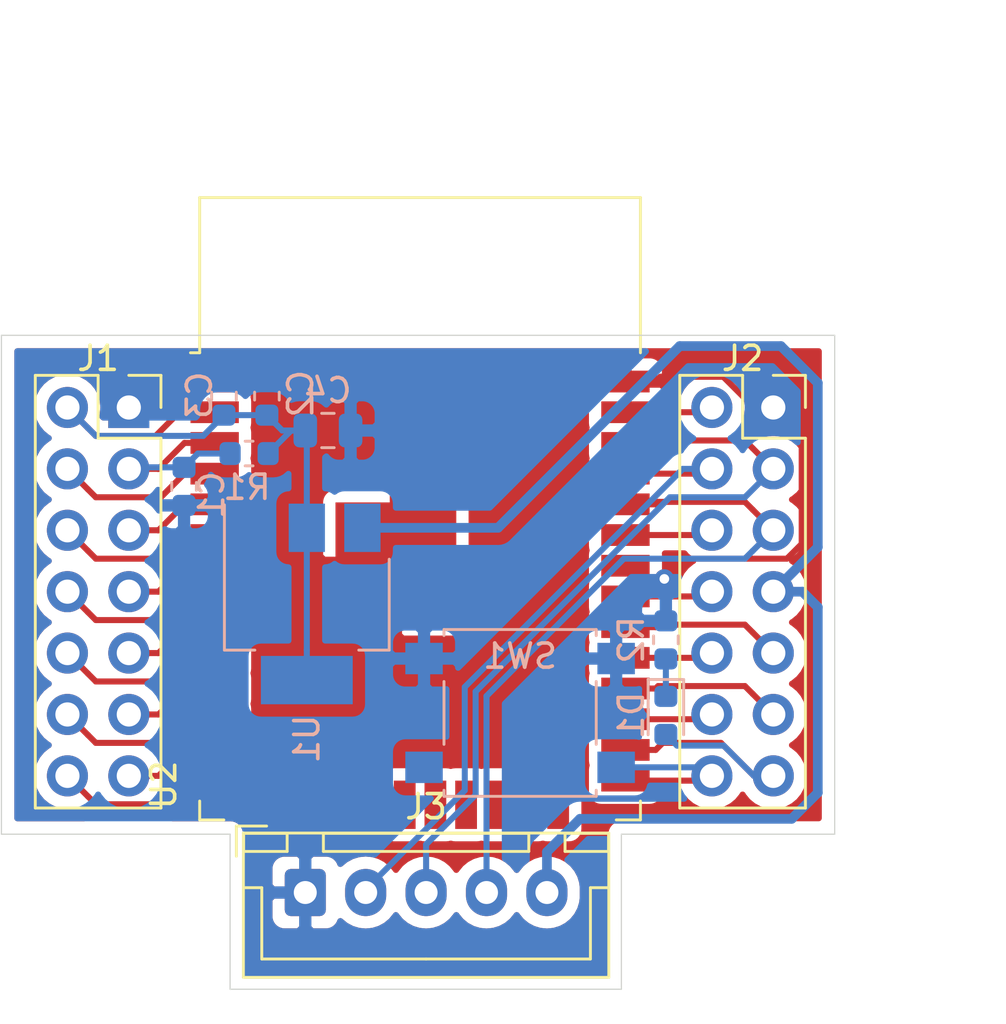
<source format=kicad_pcb>
(kicad_pcb (version 20171130) (host pcbnew 6.0.0-rc1-unknown-bb2e402~66~ubuntu18.04.1)

  (general
    (thickness 1.6)
    (drawings 11)
    (tracks 178)
    (zones 0)
    (modules 13)
    (nets 29)
  )

  (page A4)
  (layers
    (0 F.Cu signal)
    (31 B.Cu signal)
    (32 B.Adhes user)
    (33 F.Adhes user hide)
    (34 B.Paste user)
    (35 F.Paste user hide)
    (36 B.SilkS user)
    (37 F.SilkS user)
    (38 B.Mask user)
    (39 F.Mask user hide)
    (40 Dwgs.User user)
    (41 Cmts.User user)
    (42 Eco1.User user)
    (43 Eco2.User user)
    (44 Edge.Cuts user)
    (45 Margin user)
    (46 B.CrtYd user)
    (47 F.CrtYd user)
    (48 B.Fab user)
    (49 F.Fab user)
  )

  (setup
    (last_trace_width 0.25)
    (trace_clearance 0.2)
    (zone_clearance 0.508)
    (zone_45_only no)
    (trace_min 0.2)
    (via_size 0.8)
    (via_drill 0.4)
    (via_min_size 0.4)
    (via_min_drill 0.3)
    (uvia_size 0.3)
    (uvia_drill 0.1)
    (uvias_allowed no)
    (uvia_min_size 0.2)
    (uvia_min_drill 0.1)
    (edge_width 0.05)
    (segment_width 0.2)
    (pcb_text_width 0.3)
    (pcb_text_size 1.5 1.5)
    (mod_edge_width 0.12)
    (mod_text_size 1 1)
    (mod_text_width 0.15)
    (pad_size 5 5)
    (pad_drill 0)
    (pad_to_mask_clearance 0.051)
    (solder_mask_min_width 0.25)
    (aux_axis_origin 0 0)
    (visible_elements FFFFFF7F)
    (pcbplotparams
      (layerselection 0x010f0_ffffffff)
      (usegerberextensions false)
      (usegerberattributes false)
      (usegerberadvancedattributes false)
      (creategerberjobfile false)
      (excludeedgelayer true)
      (linewidth 0.100000)
      (plotframeref false)
      (viasonmask false)
      (mode 1)
      (useauxorigin false)
      (hpglpennumber 1)
      (hpglpenspeed 20)
      (hpglpendiameter 15.000000)
      (psnegative false)
      (psa4output false)
      (plotreference true)
      (plotvalue true)
      (plotinvisibletext false)
      (padsonsilk false)
      (subtractmaskfromsilk false)
      (outputformat 1)
      (mirror false)
      (drillshape 0)
      (scaleselection 1)
      (outputdirectory "plotsv.2.0"))
  )

  (net 0 "")
  (net 1 P9)
  (net 2 P8)
  (net 3 P7)
  (net 4 P6)
  (net 5 P5)
  (net 6 P4)
  (net 7 P3)
  (net 8 P14)
  (net 9 P13)
  (net 10 P12)
  (net 11 P11)
  (net 12 P10)
  (net 13 P25)
  (net 14 P26)
  (net 15 P27)
  (net 16 P28)
  (net 17 P29)
  (net 18 P30)
  (net 19 P31)
  (net 20 P33)
  (net 21 P37)
  (net 22 GND)
  (net 23 +3V3)
  (net 24 +5V)
  (net 25 "Net-(D1-Pad1)")
  (net 26 JST4)
  (net 27 JST3)
  (net 28 JST2)

  (net_class Default "This is the default net class."
    (clearance 0.2)
    (trace_width 0.25)
    (via_dia 0.8)
    (via_drill 0.4)
    (uvia_dia 0.3)
    (uvia_drill 0.1)
    (add_net +3V3)
    (add_net +5V)
    (add_net GND)
    (add_net JST2)
    (add_net JST3)
    (add_net JST4)
    (add_net "Net-(D1-Pad1)")
    (add_net P10)
    (add_net P11)
    (add_net P12)
    (add_net P13)
    (add_net P14)
    (add_net P25)
    (add_net P26)
    (add_net P27)
    (add_net P28)
    (add_net P29)
    (add_net P3)
    (add_net P30)
    (add_net P31)
    (add_net P33)
    (add_net P37)
    (add_net P4)
    (add_net P5)
    (add_net P6)
    (add_net P7)
    (add_net P8)
    (add_net P9)
  )

  (net_class GND ""
    (clearance 0.2)
    (trace_width 0.3)
    (via_dia 0.8)
    (via_drill 0.4)
    (uvia_dia 0.3)
    (uvia_drill 0.1)
  )

  (module Connector_JST:JST_XH_B05B-XH-A_1x05_P2.50mm_Vertical (layer F.Cu) (tedit 5B7754C5) (tstamp 5CB6ED9E)
    (at 130.4925 119.634)
    (descr "JST XH series connector, B05B-XH-A (http://www.jst-mfg.com/product/pdf/eng/eXH.pdf), generated with kicad-footprint-generator")
    (tags "connector JST XH side entry")
    (path /5CB5AFDD)
    (fp_text reference J3 (at 5 -3.55) (layer F.SilkS)
      (effects (font (size 1 1) (thickness 0.15)))
    )
    (fp_text value Conn_01x05 (at 5 4.6) (layer F.Fab)
      (effects (font (size 1 1) (thickness 0.15)))
    )
    (fp_text user %R (at 5 2.7) (layer F.Fab)
      (effects (font (size 1 1) (thickness 0.15)))
    )
    (fp_line (start -2.85 -2.75) (end -2.85 -1.5) (layer F.SilkS) (width 0.12))
    (fp_line (start -1.6 -2.75) (end -2.85 -2.75) (layer F.SilkS) (width 0.12))
    (fp_line (start 11.8 2.75) (end 5 2.75) (layer F.SilkS) (width 0.12))
    (fp_line (start 11.8 -0.2) (end 11.8 2.75) (layer F.SilkS) (width 0.12))
    (fp_line (start 12.55 -0.2) (end 11.8 -0.2) (layer F.SilkS) (width 0.12))
    (fp_line (start -1.8 2.75) (end 5 2.75) (layer F.SilkS) (width 0.12))
    (fp_line (start -1.8 -0.2) (end -1.8 2.75) (layer F.SilkS) (width 0.12))
    (fp_line (start -2.55 -0.2) (end -1.8 -0.2) (layer F.SilkS) (width 0.12))
    (fp_line (start 12.55 -2.45) (end 10.75 -2.45) (layer F.SilkS) (width 0.12))
    (fp_line (start 12.55 -1.7) (end 12.55 -2.45) (layer F.SilkS) (width 0.12))
    (fp_line (start 10.75 -1.7) (end 12.55 -1.7) (layer F.SilkS) (width 0.12))
    (fp_line (start 10.75 -2.45) (end 10.75 -1.7) (layer F.SilkS) (width 0.12))
    (fp_line (start -0.75 -2.45) (end -2.55 -2.45) (layer F.SilkS) (width 0.12))
    (fp_line (start -0.75 -1.7) (end -0.75 -2.45) (layer F.SilkS) (width 0.12))
    (fp_line (start -2.55 -1.7) (end -0.75 -1.7) (layer F.SilkS) (width 0.12))
    (fp_line (start -2.55 -2.45) (end -2.55 -1.7) (layer F.SilkS) (width 0.12))
    (fp_line (start 9.25 -2.45) (end 0.75 -2.45) (layer F.SilkS) (width 0.12))
    (fp_line (start 9.25 -1.7) (end 9.25 -2.45) (layer F.SilkS) (width 0.12))
    (fp_line (start 0.75 -1.7) (end 9.25 -1.7) (layer F.SilkS) (width 0.12))
    (fp_line (start 0.75 -2.45) (end 0.75 -1.7) (layer F.SilkS) (width 0.12))
    (fp_line (start 0 -1.35) (end 0.625 -2.35) (layer F.Fab) (width 0.1))
    (fp_line (start -0.625 -2.35) (end 0 -1.35) (layer F.Fab) (width 0.1))
    (fp_line (start 12.95 -2.85) (end -2.95 -2.85) (layer F.CrtYd) (width 0.05))
    (fp_line (start 12.95 3.9) (end 12.95 -2.85) (layer F.CrtYd) (width 0.05))
    (fp_line (start -2.95 3.9) (end 12.95 3.9) (layer F.CrtYd) (width 0.05))
    (fp_line (start -2.95 -2.85) (end -2.95 3.9) (layer F.CrtYd) (width 0.05))
    (fp_line (start 12.56 -2.46) (end -2.56 -2.46) (layer F.SilkS) (width 0.12))
    (fp_line (start 12.56 3.51) (end 12.56 -2.46) (layer F.SilkS) (width 0.12))
    (fp_line (start -2.56 3.51) (end 12.56 3.51) (layer F.SilkS) (width 0.12))
    (fp_line (start -2.56 -2.46) (end -2.56 3.51) (layer F.SilkS) (width 0.12))
    (fp_line (start 12.45 -2.35) (end -2.45 -2.35) (layer F.Fab) (width 0.1))
    (fp_line (start 12.45 3.4) (end 12.45 -2.35) (layer F.Fab) (width 0.1))
    (fp_line (start -2.45 3.4) (end 12.45 3.4) (layer F.Fab) (width 0.1))
    (fp_line (start -2.45 -2.35) (end -2.45 3.4) (layer F.Fab) (width 0.1))
    (pad 5 thru_hole oval (at 10 0) (size 1.7 1.95) (drill 0.95) (layers *.Cu *.Mask)
      (net 24 +5V))
    (pad 4 thru_hole oval (at 7.5 0) (size 1.7 1.95) (drill 0.95) (layers *.Cu *.Mask)
      (net 26 JST4))
    (pad 3 thru_hole oval (at 5 0) (size 1.7 1.95) (drill 0.95) (layers *.Cu *.Mask)
      (net 27 JST3))
    (pad 2 thru_hole oval (at 2.5 0) (size 1.7 1.95) (drill 0.95) (layers *.Cu *.Mask)
      (net 28 JST2))
    (pad 1 thru_hole roundrect (at 0 0) (size 1.7 1.95) (drill 0.95) (layers *.Cu *.Mask) (roundrect_rratio 0.147059)
      (net 22 GND))
    (model ${KISYS3DMOD}/Connector_JST.3dshapes/JST_XH_B05B-XH-A_1x05_P2.50mm_Vertical.wrl
      (at (xyz 0 0 0))
      (scale (xyz 1 1 1))
      (rotate (xyz 0 0 0))
    )
  )

  (module RF_Module:ESP32-WROOM-32 (layer F.Cu) (tedit 5CB6E9D1) (tstamp 5C8999CE)
    (at 135.242501 106.750001)
    (descr "Single 2.4 GHz Wi-Fi and Bluetooth combo chip https://www.espressif.com/sites/default/files/documentation/esp32-wroom-32_datasheet_en.pdf")
    (tags "Single 2.4 GHz Wi-Fi and Bluetooth combo  chip")
    (path /5C87AF24)
    (attr smd)
    (fp_text reference U2 (at -10.61 8.43 90) (layer F.SilkS)
      (effects (font (size 1 1) (thickness 0.15)))
    )
    (fp_text value ESP32-WROOM-32 (at 0 7.295999) (layer F.Fab)
      (effects (font (size 1 1) (thickness 0.15)))
    )
    (fp_line (start -9.12 -9.445) (end -9.5 -9.445) (layer F.SilkS) (width 0.12))
    (fp_line (start -9.12 -15.865) (end -9.12 -9.445) (layer F.SilkS) (width 0.12))
    (fp_line (start 9.12 -15.865) (end 9.12 -9.445) (layer F.SilkS) (width 0.12))
    (fp_line (start -9.12 -15.865) (end 9.12 -15.865) (layer F.SilkS) (width 0.12))
    (fp_line (start 9.12 9.88) (end 8.12 9.88) (layer F.SilkS) (width 0.12))
    (fp_line (start 9.12 9.1) (end 9.12 9.88) (layer F.SilkS) (width 0.12))
    (fp_line (start -9.12 9.88) (end -8.12 9.88) (layer F.SilkS) (width 0.12))
    (fp_line (start -9.12 9.1) (end -9.12 9.88) (layer F.SilkS) (width 0.12))
    (fp_line (start 8.4 -20.6) (end 8.2 -20.4) (layer Cmts.User) (width 0.1))
    (fp_line (start 8.4 -16) (end 8.4 -20.6) (layer Cmts.User) (width 0.1))
    (fp_line (start 8.4 -20.6) (end 8.6 -20.4) (layer Cmts.User) (width 0.1))
    (fp_line (start 8.4 -16) (end 8.6 -16.2) (layer Cmts.User) (width 0.1))
    (fp_line (start 8.4 -16) (end 8.2 -16.2) (layer Cmts.User) (width 0.1))
    (fp_line (start -9.2 -13.875) (end -9.4 -14.075) (layer Cmts.User) (width 0.1))
    (fp_line (start -13.8 -13.875) (end -9.2 -13.875) (layer Cmts.User) (width 0.1))
    (fp_line (start -9.2 -13.875) (end -9.4 -13.675) (layer Cmts.User) (width 0.1))
    (fp_line (start -13.8 -13.875) (end -13.6 -13.675) (layer Cmts.User) (width 0.1))
    (fp_line (start -13.8 -13.875) (end -13.6 -14.075) (layer Cmts.User) (width 0.1))
    (fp_line (start 9.2 -13.875) (end 9.4 -13.675) (layer Cmts.User) (width 0.1))
    (fp_line (start 9.2 -13.875) (end 9.4 -14.075) (layer Cmts.User) (width 0.1))
    (fp_line (start 13.8 -13.875) (end 13.6 -13.675) (layer Cmts.User) (width 0.1))
    (fp_line (start 13.8 -13.875) (end 13.6 -14.075) (layer Cmts.User) (width 0.1))
    (fp_line (start 9.2 -13.875) (end 13.8 -13.875) (layer Cmts.User) (width 0.1))
    (fp_line (start 14 -11.585) (end 12 -9.97) (layer Dwgs.User) (width 0.1))
    (fp_line (start 14 -13.2) (end 10 -9.97) (layer Dwgs.User) (width 0.1))
    (fp_line (start 14 -14.815) (end 8 -9.97) (layer Dwgs.User) (width 0.1))
    (fp_line (start 14 -16.43) (end 6 -9.97) (layer Dwgs.User) (width 0.1))
    (fp_line (start 14 -18.045) (end 4 -9.97) (layer Dwgs.User) (width 0.1))
    (fp_line (start 14 -19.66) (end 2 -9.97) (layer Dwgs.User) (width 0.1))
    (fp_line (start 13.475 -20.75) (end 0 -9.97) (layer Dwgs.User) (width 0.1))
    (fp_line (start 11.475 -20.75) (end -2 -9.97) (layer Dwgs.User) (width 0.1))
    (fp_line (start 9.475 -20.75) (end -4 -9.97) (layer Dwgs.User) (width 0.1))
    (fp_line (start 7.475 -20.75) (end -6 -9.97) (layer Dwgs.User) (width 0.1))
    (fp_line (start -8 -9.97) (end 5.475 -20.75) (layer Dwgs.User) (width 0.1))
    (fp_line (start 3.475 -20.75) (end -10 -9.97) (layer Dwgs.User) (width 0.1))
    (fp_line (start 1.475 -20.75) (end -12 -9.97) (layer Dwgs.User) (width 0.1))
    (fp_line (start -0.525 -20.75) (end -14 -9.97) (layer Dwgs.User) (width 0.1))
    (fp_line (start -2.525 -20.75) (end -14 -11.585) (layer Dwgs.User) (width 0.1))
    (fp_line (start -4.525 -20.75) (end -14 -13.2) (layer Dwgs.User) (width 0.1))
    (fp_line (start -6.525 -20.75) (end -14 -14.815) (layer Dwgs.User) (width 0.1))
    (fp_line (start -8.525 -20.75) (end -14 -16.43) (layer Dwgs.User) (width 0.1))
    (fp_line (start -10.525 -20.75) (end -14 -18.045) (layer Dwgs.User) (width 0.1))
    (fp_line (start -12.525 -20.75) (end -14 -19.66) (layer Dwgs.User) (width 0.1))
    (fp_line (start 9.75 -9.72) (end 14.25 -9.72) (layer F.CrtYd) (width 0.05))
    (fp_line (start -14.25 -9.72) (end -9.75 -9.72) (layer F.CrtYd) (width 0.05))
    (fp_line (start 14.25 -21) (end 14.25 -9.72) (layer F.CrtYd) (width 0.05))
    (fp_line (start -14.25 -21) (end -14.25 -9.72) (layer F.CrtYd) (width 0.05))
    (fp_line (start 14 -20.75) (end -14 -20.75) (layer Dwgs.User) (width 0.1))
    (fp_line (start 14 -9.97) (end 14 -20.75) (layer Dwgs.User) (width 0.1))
    (fp_line (start 14 -9.97) (end -14 -9.97) (layer Dwgs.User) (width 0.1))
    (fp_line (start -9 -9.02) (end -8.5 -9.52) (layer F.Fab) (width 0.1))
    (fp_line (start -8.5 -9.52) (end -9 -10.02) (layer F.Fab) (width 0.1))
    (fp_line (start -9 -9.02) (end -9 9.76) (layer F.Fab) (width 0.1))
    (fp_line (start -14.25 -21) (end 14.25 -21) (layer F.CrtYd) (width 0.05))
    (fp_line (start 9.75 -9.72) (end 9.75 10.5) (layer F.CrtYd) (width 0.05))
    (fp_line (start -9.75 10.5) (end 9.75 10.5) (layer F.CrtYd) (width 0.05))
    (fp_line (start -9.75 10.5) (end -9.75 -9.72) (layer F.CrtYd) (width 0.05))
    (fp_line (start -9 -15.745) (end 9 -15.745) (layer F.Fab) (width 0.1))
    (fp_line (start -9 -15.745) (end -9 -10.02) (layer F.Fab) (width 0.1))
    (fp_line (start -9 9.76) (end 9 9.76) (layer F.Fab) (width 0.1))
    (fp_line (start 9 9.76) (end 9 -15.745) (layer F.Fab) (width 0.1))
    (fp_line (start -14 -9.97) (end -14 -20.75) (layer Dwgs.User) (width 0.1))
    (fp_text user "5 mm" (at 11.8 -14.375) (layer Cmts.User)
      (effects (font (size 0.5 0.5) (thickness 0.1)))
    )
    (fp_text user "5 mm" (at -11.2 -14.375) (layer Cmts.User)
      (effects (font (size 0.5 0.5) (thickness 0.1)))
    )
    (fp_text user "5 mm" (at 11.8 -14.375) (layer Cmts.User)
      (effects (font (size 0.5 0.5) (thickness 0.1)))
    )
    (fp_text user Antenna (at 0 -13) (layer Cmts.User)
      (effects (font (size 1 1) (thickness 0.15)))
    )
    (fp_text user "KEEP-OUT ZONE" (at 0 -19) (layer Cmts.User)
      (effects (font (size 1 1) (thickness 0.15)))
    )
    (fp_text user %R (at 0 -0.006501) (layer F.Fab)
      (effects (font (size 1 1) (thickness 0.15)))
    )
    (pad 38 smd rect (at 8.5 -8.255) (size 2 0.9) (layers F.Cu F.Paste F.Mask)
      (net 22 GND))
    (pad 37 smd rect (at 8.5 -6.985) (size 2 0.9) (layers F.Cu F.Paste F.Mask)
      (net 21 P37))
    (pad 36 smd rect (at 8.5 -5.715) (size 2 0.9) (layers F.Cu F.Paste F.Mask)
      (net 27 JST3))
    (pad 35 smd rect (at 8.5 -4.445) (size 2 0.9) (layers F.Cu F.Paste F.Mask)
      (net 28 JST2))
    (pad 34 smd rect (at 8.5 -3.175) (size 2 0.9) (layers F.Cu F.Paste F.Mask)
      (net 26 JST4))
    (pad 33 smd rect (at 8.5 -1.905) (size 2 0.9) (layers F.Cu F.Paste F.Mask)
      (net 20 P33))
    (pad 32 smd rect (at 8.5 -0.635) (size 2 0.9) (layers F.Cu F.Paste F.Mask))
    (pad 31 smd rect (at 8.5 0.635) (size 2 0.9) (layers F.Cu F.Paste F.Mask)
      (net 19 P31))
    (pad 30 smd rect (at 8.5 1.905) (size 2 0.9) (layers F.Cu F.Paste F.Mask)
      (net 18 P30))
    (pad 29 smd rect (at 8.5 3.175) (size 2 0.9) (layers F.Cu F.Paste F.Mask)
      (net 17 P29))
    (pad 28 smd rect (at 8.5 4.445) (size 2 0.9) (layers F.Cu F.Paste F.Mask)
      (net 16 P28))
    (pad 27 smd rect (at 8.5 5.715) (size 2 0.9) (layers F.Cu F.Paste F.Mask)
      (net 15 P27))
    (pad 26 smd rect (at 8.5 6.985) (size 2 0.9) (layers F.Cu F.Paste F.Mask)
      (net 14 P26))
    (pad 25 smd rect (at 8.5 8.255) (size 2 0.9) (layers F.Cu F.Paste F.Mask)
      (net 13 P25))
    (pad 24 smd rect (at 5.715 9.255 90) (size 2 0.9) (layers F.Cu F.Paste F.Mask))
    (pad 23 smd rect (at 4.445 9.255 90) (size 2 0.9) (layers F.Cu F.Paste F.Mask))
    (pad 22 smd rect (at 3.175 9.255 90) (size 2 0.9) (layers F.Cu F.Paste F.Mask))
    (pad 21 smd rect (at 1.905 9.255 90) (size 2 0.9) (layers F.Cu F.Paste F.Mask))
    (pad 20 smd rect (at 0.635 9.255 90) (size 2 0.9) (layers F.Cu F.Paste F.Mask))
    (pad 19 smd rect (at -0.635 9.255 90) (size 2 0.9) (layers F.Cu F.Paste F.Mask))
    (pad 18 smd rect (at -1.905 9.255 90) (size 2 0.9) (layers F.Cu F.Paste F.Mask))
    (pad 17 smd rect (at -3.175 9.255 90) (size 2 0.9) (layers F.Cu F.Paste F.Mask))
    (pad 16 smd rect (at -4.445 9.255 90) (size 2 0.9) (layers F.Cu F.Paste F.Mask))
    (pad 15 smd rect (at -5.715 9.255 90) (size 2 0.9) (layers F.Cu F.Paste F.Mask)
      (net 22 GND))
    (pad 14 smd rect (at -8.5 8.255) (size 2 0.9) (layers F.Cu F.Paste F.Mask)
      (net 8 P14))
    (pad 13 smd rect (at -8.5 6.985) (size 2 0.9) (layers F.Cu F.Paste F.Mask)
      (net 9 P13))
    (pad 12 smd rect (at -8.5 5.715) (size 2 0.9) (layers F.Cu F.Paste F.Mask)
      (net 10 P12))
    (pad 11 smd rect (at -8.5 4.445) (size 2 0.9) (layers F.Cu F.Paste F.Mask)
      (net 11 P11))
    (pad 10 smd rect (at -8.5 3.175) (size 2 0.9) (layers F.Cu F.Paste F.Mask)
      (net 12 P10))
    (pad 9 smd rect (at -8.5 1.905) (size 2 0.9) (layers F.Cu F.Paste F.Mask)
      (net 1 P9))
    (pad 8 smd rect (at -8.5 0.635) (size 2 0.9) (layers F.Cu F.Paste F.Mask)
      (net 2 P8))
    (pad 7 smd rect (at -8.5 -0.635) (size 2 0.9) (layers F.Cu F.Paste F.Mask)
      (net 3 P7))
    (pad 6 smd rect (at -8.5 -1.905) (size 2 0.9) (layers F.Cu F.Paste F.Mask)
      (net 4 P6))
    (pad 5 smd rect (at -8.5 -3.175) (size 2 0.9) (layers F.Cu F.Paste F.Mask)
      (net 5 P5))
    (pad 4 smd rect (at -8.5 -4.445) (size 2 0.9) (layers F.Cu F.Paste F.Mask)
      (net 6 P4))
    (pad 3 smd rect (at -8.5 -5.715) (size 2 0.9) (layers F.Cu F.Paste F.Mask)
      (net 7 P3))
    (pad 2 smd rect (at -8.5 -6.985) (size 2 0.9) (layers F.Cu F.Paste F.Mask)
      (net 23 +3V3))
    (pad 1 smd rect (at -8.5 -8.255) (size 2 0.9) (layers F.Cu F.Paste F.Mask)
      (net 22 GND))
    (pad 39 smd rect (at -1 -0.755) (size 5 5) (layers F.Cu F.Paste F.Mask)
      (net 22 GND))
    (model ${KISYS3DMOD}/RF_Module.3dshapes/ESP32-WROOM-32.wrl
      (at (xyz 0 0 0))
      (scale (xyz 1 1 1))
      (rotate (xyz 0 0 0))
    )
  )

  (module Resistor_SMD:R_0603_1608Metric (layer B.Cu) (tedit 5B301BBD) (tstamp 5C88CC4D)
    (at 145.415 109.182 270)
    (descr "Resistor SMD 0603 (1608 Metric), square (rectangular) end terminal, IPC_7351 nominal, (Body size source: http://www.tortai-tech.com/upload/download/2011102023233369053.pdf), generated with kicad-footprint-generator")
    (tags resistor)
    (path /5C89F1A9)
    (attr smd)
    (fp_text reference R2 (at 0 1.43 270) (layer B.SilkS)
      (effects (font (size 1 1) (thickness 0.15)) (justify mirror))
    )
    (fp_text value R (at 0 -1.43 270) (layer B.Fab)
      (effects (font (size 1 1) (thickness 0.15)) (justify mirror))
    )
    (fp_text user %R (at 0 0 270) (layer B.Fab)
      (effects (font (size 0.4 0.4) (thickness 0.06)) (justify mirror))
    )
    (fp_line (start 1.48 -0.73) (end -1.48 -0.73) (layer B.CrtYd) (width 0.05))
    (fp_line (start 1.48 0.73) (end 1.48 -0.73) (layer B.CrtYd) (width 0.05))
    (fp_line (start -1.48 0.73) (end 1.48 0.73) (layer B.CrtYd) (width 0.05))
    (fp_line (start -1.48 -0.73) (end -1.48 0.73) (layer B.CrtYd) (width 0.05))
    (fp_line (start -0.162779 -0.51) (end 0.162779 -0.51) (layer B.SilkS) (width 0.12))
    (fp_line (start -0.162779 0.51) (end 0.162779 0.51) (layer B.SilkS) (width 0.12))
    (fp_line (start 0.8 -0.4) (end -0.8 -0.4) (layer B.Fab) (width 0.1))
    (fp_line (start 0.8 0.4) (end 0.8 -0.4) (layer B.Fab) (width 0.1))
    (fp_line (start -0.8 0.4) (end 0.8 0.4) (layer B.Fab) (width 0.1))
    (fp_line (start -0.8 -0.4) (end -0.8 0.4) (layer B.Fab) (width 0.1))
    (pad 2 smd roundrect (at 0.7875 0 270) (size 0.875 0.95) (layers B.Cu B.Paste B.Mask) (roundrect_rratio 0.25)
      (net 25 "Net-(D1-Pad1)"))
    (pad 1 smd roundrect (at -0.7875 0 270) (size 0.875 0.95) (layers B.Cu B.Paste B.Mask) (roundrect_rratio 0.25)
      (net 22 GND))
    (model ${KISYS3DMOD}/Resistor_SMD.3dshapes/R_0603_1608Metric.wrl
      (at (xyz 0 0 0))
      (scale (xyz 1 1 1))
      (rotate (xyz 0 0 0))
    )
  )

  (module Connector_PinSocket_2.54mm:PinSocket_2x07_P2.54mm_Vertical (layer F.Cu) (tedit 5C88C841) (tstamp 5C891871)
    (at 123.19 99.568)
    (descr "Through hole straight socket strip, 2x07, 2.54mm pitch, double cols (from Kicad 4.0.7), script generated")
    (tags "Through hole socket strip THT 2x07 2.54mm double row")
    (path /5C8A0F5C)
    (fp_text reference J1 (at -1.27 -2.032) (layer F.SilkS)
      (effects (font (size 1 1) (thickness 0.15)))
    )
    (fp_text value Conn_02x07_Odd_Even (at -1.27 7.366 90) (layer F.Fab)
      (effects (font (size 1 1) (thickness 0.15)))
    )
    (fp_text user %R (at -1.27 7.62 90) (layer F.Fab)
      (effects (font (size 1 1) (thickness 0.15)))
    )
    (fp_line (start -4.34 17) (end -4.34 -1.8) (layer F.CrtYd) (width 0.05))
    (fp_line (start 1.76 17) (end -4.34 17) (layer F.CrtYd) (width 0.05))
    (fp_line (start 1.76 -1.8) (end 1.76 17) (layer F.CrtYd) (width 0.05))
    (fp_line (start -4.34 -1.8) (end 1.76 -1.8) (layer F.CrtYd) (width 0.05))
    (fp_line (start 0 -1.33) (end 1.33 -1.33) (layer F.SilkS) (width 0.12))
    (fp_line (start 1.33 -1.33) (end 1.33 0) (layer F.SilkS) (width 0.12))
    (fp_line (start -1.27 -1.33) (end -1.27 1.27) (layer F.SilkS) (width 0.12))
    (fp_line (start -1.27 1.27) (end 1.33 1.27) (layer F.SilkS) (width 0.12))
    (fp_line (start 1.33 1.27) (end 1.33 16.57) (layer F.SilkS) (width 0.12))
    (fp_line (start -3.87 16.57) (end 1.33 16.57) (layer F.SilkS) (width 0.12))
    (fp_line (start -3.87 -1.33) (end -3.87 16.57) (layer F.SilkS) (width 0.12))
    (fp_line (start -3.87 -1.33) (end -1.27 -1.33) (layer F.SilkS) (width 0.12))
    (fp_line (start -3.81 16.51) (end -3.81 -1.27) (layer F.Fab) (width 0.1))
    (fp_line (start 1.27 16.51) (end -3.81 16.51) (layer F.Fab) (width 0.1))
    (fp_line (start 1.27 -0.27) (end 1.27 16.51) (layer F.Fab) (width 0.1))
    (fp_line (start 0.27 -1.27) (end 1.27 -0.27) (layer F.Fab) (width 0.1))
    (fp_line (start -3.81 -1.27) (end 0.27 -1.27) (layer F.Fab) (width 0.1))
    (pad 14 thru_hole oval (at -2.54 15.24) (size 1.7 1.7) (drill 1) (layers *.Cu *.Mask)
      (net 8 P14))
    (pad 13 thru_hole oval (at 0 15.24) (size 1.7 1.7) (drill 1) (layers *.Cu *.Mask)
      (net 9 P13))
    (pad 12 thru_hole oval (at -2.54 12.7) (size 1.7 1.7) (drill 1) (layers *.Cu *.Mask)
      (net 10 P12))
    (pad 11 thru_hole oval (at 0 12.7) (size 1.7 1.7) (drill 1) (layers *.Cu *.Mask)
      (net 11 P11))
    (pad 10 thru_hole oval (at -2.54 10.16) (size 1.7 1.7) (drill 1) (layers *.Cu *.Mask)
      (net 12 P10))
    (pad 9 thru_hole oval (at 0 10.16) (size 1.7 1.7) (drill 1) (layers *.Cu *.Mask)
      (net 1 P9))
    (pad 8 thru_hole oval (at -2.54 7.62) (size 1.7 1.7) (drill 1) (layers *.Cu *.Mask)
      (net 2 P8))
    (pad 7 thru_hole oval (at 0 7.62) (size 1.7 1.7) (drill 1) (layers *.Cu *.Mask)
      (net 3 P7))
    (pad 6 thru_hole oval (at -2.54 5.08) (size 1.7 1.7) (drill 1) (layers *.Cu *.Mask)
      (net 4 P6))
    (pad 5 thru_hole oval (at 0 5.08) (size 1.7 1.7) (drill 1) (layers *.Cu *.Mask)
      (net 5 P5))
    (pad 4 thru_hole oval (at -2.54 2.54) (size 1.7 1.7) (drill 1) (layers *.Cu *.Mask)
      (net 6 P4))
    (pad 3 thru_hole oval (at 0 2.54) (size 1.7 1.7) (drill 1) (layers *.Cu *.Mask)
      (net 7 P3))
    (pad 2 thru_hole oval (at -2.54 0) (size 1.7 1.7) (drill 1) (layers *.Cu *.Mask)
      (net 23 +3V3))
    (pad 1 thru_hole rect (at 0 0) (size 1.7 1.7) (drill 1) (layers *.Cu *.Mask)
      (net 22 GND) (zone_connect 2))
    (model ${KISYS3DMOD}/Connector_PinSocket_2.54mm.3dshapes/PinSocket_2x07_P2.54mm_Vertical.wrl
      (at (xyz 0 0 0))
      (scale (xyz 1 1 1))
      (rotate (xyz 0 0 0))
    )
  )

  (module Connector_PinSocket_2.54mm:PinSocket_2x07_P2.54mm_Vertical (layer F.Cu) (tedit 5C88C634) (tstamp 5C884FD2)
    (at 149.86 99.568)
    (descr "Through hole straight socket strip, 2x07, 2.54mm pitch, double cols (from Kicad 4.0.7), script generated")
    (tags "Through hole socket strip THT 2x07 2.54mm double row")
    (path /5C8A2865)
    (fp_text reference J2 (at -1.27 -2.032) (layer F.SilkS)
      (effects (font (size 1 1) (thickness 0.15)))
    )
    (fp_text value Conn_02x07_Odd_Even (at -1.27 7.62 90) (layer F.Fab)
      (effects (font (size 1 1) (thickness 0.15)))
    )
    (fp_text user %R (at -1.27 7.62 90) (layer F.Fab)
      (effects (font (size 1 1) (thickness 0.15)))
    )
    (fp_line (start -4.34 17) (end -4.34 -1.8) (layer F.CrtYd) (width 0.05))
    (fp_line (start 1.76 17) (end -4.34 17) (layer F.CrtYd) (width 0.05))
    (fp_line (start 1.76 -1.8) (end 1.76 17) (layer F.CrtYd) (width 0.05))
    (fp_line (start -4.34 -1.8) (end 1.76 -1.8) (layer F.CrtYd) (width 0.05))
    (fp_line (start 0 -1.33) (end 1.33 -1.33) (layer F.SilkS) (width 0.12))
    (fp_line (start 1.33 -1.33) (end 1.33 0) (layer F.SilkS) (width 0.12))
    (fp_line (start -1.27 -1.33) (end -1.27 1.27) (layer F.SilkS) (width 0.12))
    (fp_line (start -1.27 1.27) (end 1.33 1.27) (layer F.SilkS) (width 0.12))
    (fp_line (start 1.33 1.27) (end 1.33 16.57) (layer F.SilkS) (width 0.12))
    (fp_line (start -3.87 16.57) (end 1.33 16.57) (layer F.SilkS) (width 0.12))
    (fp_line (start -3.87 -1.33) (end -3.87 16.57) (layer F.SilkS) (width 0.12))
    (fp_line (start -3.87 -1.33) (end -1.27 -1.33) (layer F.SilkS) (width 0.12))
    (fp_line (start -3.81 16.51) (end -3.81 -1.27) (layer F.Fab) (width 0.1))
    (fp_line (start 1.27 16.51) (end -3.81 16.51) (layer F.Fab) (width 0.1))
    (fp_line (start 1.27 -0.27) (end 1.27 16.51) (layer F.Fab) (width 0.1))
    (fp_line (start 0.27 -1.27) (end 1.27 -0.27) (layer F.Fab) (width 0.1))
    (fp_line (start -3.81 -1.27) (end 0.27 -1.27) (layer F.Fab) (width 0.1))
    (pad 14 thru_hole oval (at -2.54 15.24) (size 1.7 1.7) (drill 1) (layers *.Cu *.Mask)
      (net 13 P25))
    (pad 13 thru_hole oval (at 0 15.24) (size 1.7 1.7) (drill 1) (layers *.Cu *.Mask)
      (net 14 P26))
    (pad 12 thru_hole oval (at -2.54 12.7) (size 1.7 1.7) (drill 1) (layers *.Cu *.Mask)
      (net 15 P27))
    (pad 11 thru_hole oval (at 0 12.7) (size 1.7 1.7) (drill 1) (layers *.Cu *.Mask)
      (net 16 P28))
    (pad 10 thru_hole oval (at -2.54 10.16) (size 1.7 1.7) (drill 1) (layers *.Cu *.Mask)
      (net 17 P29))
    (pad 9 thru_hole oval (at 0 10.16) (size 1.7 1.7) (drill 1) (layers *.Cu *.Mask)
      (net 18 P30))
    (pad 8 thru_hole oval (at -2.54 7.62) (size 1.7 1.7) (drill 1) (layers *.Cu *.Mask)
      (net 19 P31))
    (pad 7 thru_hole oval (at 0 7.62) (size 1.7 1.7) (drill 1) (layers *.Cu *.Mask)
      (net 24 +5V))
    (pad 6 thru_hole oval (at -2.54 5.08) (size 1.7 1.7) (drill 1) (layers *.Cu *.Mask)
      (net 20 P33))
    (pad 5 thru_hole oval (at 0 5.08) (size 1.7 1.7) (drill 1) (layers *.Cu *.Mask)
      (net 26 JST4))
    (pad 4 thru_hole oval (at -2.54 2.54) (size 1.7 1.7) (drill 1) (layers *.Cu *.Mask)
      (net 28 JST2))
    (pad 3 thru_hole oval (at 0 2.54) (size 1.7 1.7) (drill 1) (layers *.Cu *.Mask)
      (net 27 JST3))
    (pad 2 thru_hole oval (at -2.54 0) (size 1.7 1.7) (drill 1) (layers *.Cu *.Mask)
      (net 21 P37))
    (pad 1 thru_hole rect (at 0 0) (size 1.7 1.7) (drill 1) (layers *.Cu *.Mask)
      (net 22 GND) (zone_connect 2))
    (model ${KISYS3DMOD}/Connector_PinSocket_2.54mm.3dshapes/PinSocket_2x07_P2.54mm_Vertical.wrl
      (at (xyz 0 0 0))
      (scale (xyz 1 1 1))
      (rotate (xyz 0 0 0))
    )
  )

  (module Capacitor_SMD:C_0805_2012Metric (layer B.Cu) (tedit 5B36C52B) (tstamp 5C8975DE)
    (at 131.43 100.5205 180)
    (descr "Capacitor SMD 0805 (2012 Metric), square (rectangular) end terminal, IPC_7351 nominal, (Body size source: https://docs.google.com/spreadsheets/d/1BsfQQcO9C6DZCsRaXUlFlo91Tg2WpOkGARC1WS5S8t0/edit?usp=sharing), generated with kicad-footprint-generator")
    (tags capacitor)
    (path /5C89C29F)
    (attr smd)
    (fp_text reference C4 (at 0 1.65 180) (layer B.SilkS)
      (effects (font (size 1 1) (thickness 0.15)) (justify mirror))
    )
    (fp_text value 22uF (at -2.428 2.032) (layer B.Fab)
      (effects (font (size 1 1) (thickness 0.15)) (justify mirror))
    )
    (fp_text user %R (at -0.015 1.143 180) (layer B.Fab)
      (effects (font (size 0.5 0.5) (thickness 0.08)) (justify mirror))
    )
    (fp_line (start 1.68 -0.95) (end -1.68 -0.95) (layer B.CrtYd) (width 0.05))
    (fp_line (start 1.68 0.95) (end 1.68 -0.95) (layer B.CrtYd) (width 0.05))
    (fp_line (start -1.68 0.95) (end 1.68 0.95) (layer B.CrtYd) (width 0.05))
    (fp_line (start -1.68 -0.95) (end -1.68 0.95) (layer B.CrtYd) (width 0.05))
    (fp_line (start -0.258578 -0.71) (end 0.258578 -0.71) (layer B.SilkS) (width 0.12))
    (fp_line (start -0.258578 0.71) (end 0.258578 0.71) (layer B.SilkS) (width 0.12))
    (fp_line (start 1 -0.6) (end -1 -0.6) (layer B.Fab) (width 0.1))
    (fp_line (start 1 0.6) (end 1 -0.6) (layer B.Fab) (width 0.1))
    (fp_line (start -1 0.6) (end 1 0.6) (layer B.Fab) (width 0.1))
    (fp_line (start -1 -0.6) (end -1 0.6) (layer B.Fab) (width 0.1))
    (pad 2 smd roundrect (at 0.9375 0 180) (size 0.975 1.4) (layers B.Cu B.Paste B.Mask) (roundrect_rratio 0.25)
      (net 23 +3V3))
    (pad 1 smd roundrect (at -0.9375 0 180) (size 0.975 1.4) (layers B.Cu B.Paste B.Mask) (roundrect_rratio 0.25)
      (net 22 GND))
    (model ${KISYS3DMOD}/Capacitor_SMD.3dshapes/C_0805_2012Metric.wrl
      (at (xyz 0 0 0))
      (scale (xyz 1 1 1))
      (rotate (xyz 0 0 0))
    )
  )

  (module LED_SMD:LED_0603_1608Metric (layer B.Cu) (tedit 5B301BBE) (tstamp 5C8893E0)
    (at 145.415 112.306 270)
    (descr "LED SMD 0603 (1608 Metric), square (rectangular) end terminal, IPC_7351 nominal, (Body size source: http://www.tortai-tech.com/upload/download/2011102023233369053.pdf), generated with kicad-footprint-generator")
    (tags diode)
    (path /5C89C4E9)
    (attr smd)
    (fp_text reference D1 (at 0 1.43 270) (layer B.SilkS)
      (effects (font (size 1 1) (thickness 0.15)) (justify mirror))
    )
    (fp_text value LED (at 0.0255 1.8415 270) (layer B.Fab)
      (effects (font (size 1 1) (thickness 0.15)) (justify mirror))
    )
    (fp_text user %R (at 0 0 270) (layer B.Fab)
      (effects (font (size 0.4 0.4) (thickness 0.06)) (justify mirror))
    )
    (fp_line (start 1.48 -0.73) (end -1.48 -0.73) (layer B.CrtYd) (width 0.05))
    (fp_line (start 1.48 0.73) (end 1.48 -0.73) (layer B.CrtYd) (width 0.05))
    (fp_line (start -1.48 0.73) (end 1.48 0.73) (layer B.CrtYd) (width 0.05))
    (fp_line (start -1.48 -0.73) (end -1.48 0.73) (layer B.CrtYd) (width 0.05))
    (fp_line (start -1.485 -0.735) (end 0.8 -0.735) (layer B.SilkS) (width 0.12))
    (fp_line (start -1.485 0.735) (end -1.485 -0.735) (layer B.SilkS) (width 0.12))
    (fp_line (start 0.8 0.735) (end -1.485 0.735) (layer B.SilkS) (width 0.12))
    (fp_line (start 0.8 -0.4) (end 0.8 0.4) (layer B.Fab) (width 0.1))
    (fp_line (start -0.8 -0.4) (end 0.8 -0.4) (layer B.Fab) (width 0.1))
    (fp_line (start -0.8 0.1) (end -0.8 -0.4) (layer B.Fab) (width 0.1))
    (fp_line (start -0.5 0.4) (end -0.8 0.1) (layer B.Fab) (width 0.1))
    (fp_line (start 0.8 0.4) (end -0.5 0.4) (layer B.Fab) (width 0.1))
    (pad 2 smd roundrect (at 0.7875 0 270) (size 0.875 0.95) (layers B.Cu B.Paste B.Mask) (roundrect_rratio 0.25)
      (net 14 P26))
    (pad 1 smd roundrect (at -0.7875 0 270) (size 0.875 0.95) (layers B.Cu B.Paste B.Mask) (roundrect_rratio 0.25)
      (net 25 "Net-(D1-Pad1)"))
    (model ${KISYS3DMOD}/LED_SMD.3dshapes/LED_0603_1608Metric.wrl
      (at (xyz 0 0 0))
      (scale (xyz 1 1 1))
      (rotate (xyz 0 0 0))
    )
  )

  (module Button_Switch_SMD:SW_SPST_B3S-1000 (layer B.Cu) (tedit 5A02FC95) (tstamp 5CB668F0)
    (at 139.3825 112.2045)
    (descr "Surface Mount Tactile Switch for High-Density Packaging")
    (tags "Tactile Switch")
    (path /5C897A96)
    (attr smd)
    (fp_text reference SW1 (at 0 -2.3495) (layer B.SilkS)
      (effects (font (size 1 1) (thickness 0.15)) (justify mirror))
    )
    (fp_text value SW_Push (at -0.127 -0.1905) (layer B.Fab)
      (effects (font (size 1 1) (thickness 0.15)) (justify mirror))
    )
    (fp_line (start -3 -3.3) (end -3 3.3) (layer B.Fab) (width 0.1))
    (fp_line (start 3 -3.3) (end -3 -3.3) (layer B.Fab) (width 0.1))
    (fp_line (start 3 3.3) (end 3 -3.3) (layer B.Fab) (width 0.1))
    (fp_line (start -3 3.3) (end 3 3.3) (layer B.Fab) (width 0.1))
    (fp_circle (center 0 0) (end 1.65 0) (layer B.Fab) (width 0.1))
    (fp_line (start 3.15 1.3) (end 3.15 -1.3) (layer B.SilkS) (width 0.12))
    (fp_line (start -3.15 -3.45) (end -3.15 -3.2) (layer B.SilkS) (width 0.12))
    (fp_line (start 3.15 -3.45) (end -3.15 -3.45) (layer B.SilkS) (width 0.12))
    (fp_line (start 3.15 -3.2) (end 3.15 -3.45) (layer B.SilkS) (width 0.12))
    (fp_line (start -3.15 -1.3) (end -3.15 1.3) (layer B.SilkS) (width 0.12))
    (fp_line (start 3.15 3.45) (end 3.15 3.2) (layer B.SilkS) (width 0.12))
    (fp_line (start -3.15 3.45) (end 3.15 3.45) (layer B.SilkS) (width 0.12))
    (fp_line (start -3.15 3.2) (end -3.15 3.45) (layer B.SilkS) (width 0.12))
    (fp_line (start -5 3.7) (end -5 -3.7) (layer B.CrtYd) (width 0.05))
    (fp_line (start 5 3.7) (end -5 3.7) (layer B.CrtYd) (width 0.05))
    (fp_line (start 5 -3.7) (end 5 3.7) (layer B.CrtYd) (width 0.05))
    (fp_line (start -5 -3.7) (end 5 -3.7) (layer B.CrtYd) (width 0.05))
    (fp_text user %R (at -0.0635 -2.3495) (layer B.Fab)
      (effects (font (size 1 1) (thickness 0.15)) (justify mirror))
    )
    (pad 2 smd rect (at 3.975 -2.25) (size 1.55 1.3) (layers B.Cu B.Paste B.Mask)
      (net 22 GND))
    (pad 2 smd rect (at -3.975 -2.25) (size 1.55 1.3) (layers B.Cu B.Paste B.Mask)
      (net 22 GND))
    (pad 1 smd rect (at 3.975 2.25) (size 1.55 1.3) (layers B.Cu B.Paste B.Mask)
      (net 13 P25))
    (pad 1 smd rect (at -3.975 2.25) (size 1.55 1.3) (layers B.Cu B.Paste B.Mask)
      (net 13 P25))
    (model ${KISYS3DMOD}/Button_Switch_SMD.3dshapes/SW_SPST_B3S-1000.wrl
      (at (xyz 0 0 0))
      (scale (xyz 1 1 1))
      (rotate (xyz 0 0 0))
    )
  )

  (module Resistor_SMD:R_0603_1608Metric (layer B.Cu) (tedit 5B301BBD) (tstamp 5C898B1D)
    (at 128.1685 101.473 180)
    (descr "Resistor SMD 0603 (1608 Metric), square (rectangular) end terminal, IPC_7351 nominal, (Body size source: http://www.tortai-tech.com/upload/download/2011102023233369053.pdf), generated with kicad-footprint-generator")
    (tags resistor)
    (path /5C887D9E)
    (attr smd)
    (fp_text reference R1 (at 0.089 -1.397 180) (layer B.SilkS)
      (effects (font (size 1 1) (thickness 0.15)) (justify mirror))
    )
    (fp_text value 10K (at -0.038 -1.651) (layer B.Fab)
      (effects (font (size 1 1) (thickness 0.15)) (justify mirror))
    )
    (fp_text user %R (at 0 -0.0635 180) (layer B.Fab)
      (effects (font (size 0.4 0.4) (thickness 0.06)) (justify mirror))
    )
    (fp_line (start 1.48 -0.73) (end -1.48 -0.73) (layer B.CrtYd) (width 0.05))
    (fp_line (start 1.48 0.73) (end 1.48 -0.73) (layer B.CrtYd) (width 0.05))
    (fp_line (start -1.48 0.73) (end 1.48 0.73) (layer B.CrtYd) (width 0.05))
    (fp_line (start -1.48 -0.73) (end -1.48 0.73) (layer B.CrtYd) (width 0.05))
    (fp_line (start -0.162779 -0.51) (end 0.162779 -0.51) (layer B.SilkS) (width 0.12))
    (fp_line (start -0.162779 0.51) (end 0.162779 0.51) (layer B.SilkS) (width 0.12))
    (fp_line (start 0.8 -0.4) (end -0.8 -0.4) (layer B.Fab) (width 0.1))
    (fp_line (start 0.8 0.4) (end 0.8 -0.4) (layer B.Fab) (width 0.1))
    (fp_line (start -0.8 0.4) (end 0.8 0.4) (layer B.Fab) (width 0.1))
    (fp_line (start -0.8 -0.4) (end -0.8 0.4) (layer B.Fab) (width 0.1))
    (pad 2 smd roundrect (at 0.7875 0 180) (size 0.875 0.95) (layers B.Cu B.Paste B.Mask) (roundrect_rratio 0.25)
      (net 7 P3))
    (pad 1 smd roundrect (at -0.7875 0 180) (size 0.875 0.95) (layers B.Cu B.Paste B.Mask) (roundrect_rratio 0.25)
      (net 23 +3V3))
    (model ${KISYS3DMOD}/Resistor_SMD.3dshapes/R_0603_1608Metric.wrl
      (at (xyz 0 0 0))
      (scale (xyz 1 1 1))
      (rotate (xyz 0 0 0))
    )
  )

  (module Capacitor_SMD:C_0603_1608Metric (layer B.Cu) (tedit 5C88C7FE) (tstamp 5C8823CE)
    (at 127.127 99.098 270)
    (descr "Capacitor SMD 0603 (1608 Metric), square (rectangular) end terminal, IPC_7351 nominal, (Body size source: http://www.tortai-tech.com/upload/download/2011102023233369053.pdf), generated with kicad-footprint-generator")
    (tags capacitor)
    (path /5C8827E1)
    (attr smd)
    (fp_text reference C3 (at -0.038 1.016 270) (layer B.SilkS)
      (effects (font (size 1 1) (thickness 0.15)) (justify mirror))
    )
    (fp_text value 0.1uF (at -1.2445 2.9845) (layer B.Fab)
      (effects (font (size 1 1) (thickness 0.15)) (justify mirror))
    )
    (fp_text user %R (at 0 0 270) (layer B.Fab)
      (effects (font (size 0.4 0.4) (thickness 0.06)) (justify mirror))
    )
    (fp_line (start 1.48 -0.73) (end -1.48 -0.73) (layer B.CrtYd) (width 0.05))
    (fp_line (start 1.48 0.73) (end 1.48 -0.73) (layer B.CrtYd) (width 0.05))
    (fp_line (start -1.48 0.73) (end 1.48 0.73) (layer B.CrtYd) (width 0.05))
    (fp_line (start -1.48 -0.73) (end -1.48 0.73) (layer B.CrtYd) (width 0.05))
    (fp_line (start -0.162779 -0.51) (end 0.162779 -0.51) (layer B.SilkS) (width 0.12))
    (fp_line (start -0.162779 0.51) (end 0.162779 0.51) (layer B.SilkS) (width 0.12))
    (fp_line (start 0.8 -0.4) (end -0.8 -0.4) (layer B.Fab) (width 0.1))
    (fp_line (start 0.8 0.4) (end 0.8 -0.4) (layer B.Fab) (width 0.1))
    (fp_line (start -0.8 0.4) (end 0.8 0.4) (layer B.Fab) (width 0.1))
    (fp_line (start -0.8 -0.4) (end -0.8 0.4) (layer B.Fab) (width 0.1))
    (pad 2 smd roundrect (at 0.7875 0 270) (size 0.875 0.95) (layers B.Cu B.Paste B.Mask) (roundrect_rratio 0.25)
      (net 23 +3V3))
    (pad 1 smd roundrect (at -0.7875 0 270) (size 0.875 0.95) (layers B.Cu B.Paste B.Mask) (roundrect_rratio 0.25)
      (net 22 GND) (zone_connect 2))
    (model ${KISYS3DMOD}/Capacitor_SMD.3dshapes/C_0603_1608Metric.wrl
      (at (xyz 0 0 0))
      (scale (xyz 1 1 1))
      (rotate (xyz 0 0 0))
    )
  )

  (module Capacitor_SMD:C_0603_1608Metric (layer B.Cu) (tedit 5C88C806) (tstamp 5C891E93)
    (at 128.905 99.098 270)
    (descr "Capacitor SMD 0603 (1608 Metric), square (rectangular) end terminal, IPC_7351 nominal, (Body size source: http://www.tortai-tech.com/upload/download/2011102023233369053.pdf), generated with kicad-footprint-generator")
    (tags capacitor)
    (path /5C883706)
    (attr smd)
    (fp_text reference C2 (at -0.1015 -1.397 270) (layer B.SilkS)
      (effects (font (size 1 1) (thickness 0.15)) (justify mirror))
    )
    (fp_text value 10uF (at -0.9905 -2.6035 180) (layer B.Fab)
      (effects (font (size 1 1) (thickness 0.15)) (justify mirror))
    )
    (fp_text user %R (at 0 -1.143 270) (layer B.Fab)
      (effects (font (size 0.4 0.4) (thickness 0.06)) (justify mirror))
    )
    (fp_line (start 1.48 -0.73) (end -1.48 -0.73) (layer B.CrtYd) (width 0.05))
    (fp_line (start 1.48 0.73) (end 1.48 -0.73) (layer B.CrtYd) (width 0.05))
    (fp_line (start -1.48 0.73) (end 1.48 0.73) (layer B.CrtYd) (width 0.05))
    (fp_line (start -1.48 -0.73) (end -1.48 0.73) (layer B.CrtYd) (width 0.05))
    (fp_line (start -0.162779 -0.51) (end 0.162779 -0.51) (layer B.SilkS) (width 0.12))
    (fp_line (start -0.162779 0.51) (end 0.162779 0.51) (layer B.SilkS) (width 0.12))
    (fp_line (start 0.8 -0.4) (end -0.8 -0.4) (layer B.Fab) (width 0.1))
    (fp_line (start 0.8 0.4) (end 0.8 -0.4) (layer B.Fab) (width 0.1))
    (fp_line (start -0.8 0.4) (end 0.8 0.4) (layer B.Fab) (width 0.1))
    (fp_line (start -0.8 -0.4) (end -0.8 0.4) (layer B.Fab) (width 0.1))
    (pad 2 smd roundrect (at 0.7875 0 270) (size 0.875 0.95) (layers B.Cu B.Paste B.Mask) (roundrect_rratio 0.25)
      (net 23 +3V3))
    (pad 1 smd roundrect (at -0.7875 0 270) (size 0.875 0.95) (layers B.Cu B.Paste B.Mask) (roundrect_rratio 0.25)
      (net 22 GND) (zone_connect 2))
    (model ${KISYS3DMOD}/Capacitor_SMD.3dshapes/C_0603_1608Metric.wrl
      (at (xyz 0 0 0))
      (scale (xyz 1 1 1))
      (rotate (xyz 0 0 0))
    )
  )

  (module Capacitor_SMD:C_0603_1608Metric (layer B.Cu) (tedit 5B301BBE) (tstamp 5C887C00)
    (at 125.476 102.832 270)
    (descr "Capacitor SMD 0603 (1608 Metric), square (rectangular) end terminal, IPC_7351 nominal, (Body size source: http://www.tortai-tech.com/upload/download/2011102023233369053.pdf), generated with kicad-footprint-generator")
    (tags capacitor)
    (path /5C886BEB)
    (attr smd)
    (fp_text reference C1 (at 0.3555 -1.143 270) (layer B.SilkS)
      (effects (font (size 1 1) (thickness 0.15)) (justify mirror))
    )
    (fp_text value 0.1uF (at 3.848 0 270) (layer B.Fab)
      (effects (font (size 1 1) (thickness 0.15)) (justify mirror))
    )
    (fp_text user %R (at 0 0 270) (layer B.Fab)
      (effects (font (size 0.4 0.4) (thickness 0.06)) (justify mirror))
    )
    (fp_line (start 1.48 -0.73) (end -1.48 -0.73) (layer B.CrtYd) (width 0.05))
    (fp_line (start 1.48 0.73) (end 1.48 -0.73) (layer B.CrtYd) (width 0.05))
    (fp_line (start -1.48 0.73) (end 1.48 0.73) (layer B.CrtYd) (width 0.05))
    (fp_line (start -1.48 -0.73) (end -1.48 0.73) (layer B.CrtYd) (width 0.05))
    (fp_line (start -0.162779 -0.51) (end 0.162779 -0.51) (layer B.SilkS) (width 0.12))
    (fp_line (start -0.162779 0.51) (end 0.162779 0.51) (layer B.SilkS) (width 0.12))
    (fp_line (start 0.8 -0.4) (end -0.8 -0.4) (layer B.Fab) (width 0.1))
    (fp_line (start 0.8 0.4) (end 0.8 -0.4) (layer B.Fab) (width 0.1))
    (fp_line (start -0.8 0.4) (end 0.8 0.4) (layer B.Fab) (width 0.1))
    (fp_line (start -0.8 -0.4) (end -0.8 0.4) (layer B.Fab) (width 0.1))
    (pad 2 smd roundrect (at 0.7875 0 270) (size 0.875 0.95) (layers B.Cu B.Paste B.Mask) (roundrect_rratio 0.25)
      (net 22 GND))
    (pad 1 smd roundrect (at -0.7875 0 270) (size 0.875 0.95) (layers B.Cu B.Paste B.Mask) (roundrect_rratio 0.25)
      (net 7 P3))
    (model ${KISYS3DMOD}/Capacitor_SMD.3dshapes/C_0603_1608Metric.wrl
      (at (xyz 0 0 0))
      (scale (xyz 1 1 1))
      (rotate (xyz 0 0 0))
    )
  )

  (module Package_TO_SOT_SMD:SOT-223-3_TabPin2 (layer B.Cu) (tedit 5C88C821) (tstamp 5C8866C0)
    (at 130.556 107.696 270)
    (descr "module CMS SOT223 4 pins")
    (tags "CMS SOT")
    (path /5C87C490)
    (attr smd)
    (fp_text reference U1 (at 5.588 0 270) (layer B.SilkS)
      (effects (font (size 1 1) (thickness 0.15)) (justify mirror))
    )
    (fp_text value AMS1117-3.3 (at -4.3815 2.0955 270) (layer B.Fab)
      (effects (font (size 1 1) (thickness 0.15)) (justify mirror))
    )
    (fp_line (start 1.85 3.35) (end 1.85 -3.35) (layer B.Fab) (width 0.1))
    (fp_line (start -1.85 -3.35) (end 1.85 -3.35) (layer B.Fab) (width 0.1))
    (fp_line (start -4.1 3.41) (end 1.91 3.41) (layer B.SilkS) (width 0.12))
    (fp_line (start -0.85 3.35) (end 1.85 3.35) (layer B.Fab) (width 0.1))
    (fp_line (start -1.85 -3.41) (end 1.91 -3.41) (layer B.SilkS) (width 0.12))
    (fp_line (start -1.85 2.35) (end -1.85 -3.35) (layer B.Fab) (width 0.1))
    (fp_line (start -1.85 2.35) (end -0.85 3.35) (layer B.Fab) (width 0.1))
    (fp_line (start -4.4 3.6) (end -4.4 -3.6) (layer B.CrtYd) (width 0.05))
    (fp_line (start -4.4 -3.6) (end 4.4 -3.6) (layer B.CrtYd) (width 0.05))
    (fp_line (start 4.4 -3.6) (end 4.4 3.6) (layer B.CrtYd) (width 0.05))
    (fp_line (start 4.4 3.6) (end -4.4 3.6) (layer B.CrtYd) (width 0.05))
    (fp_line (start 1.91 3.41) (end 1.91 2.15) (layer B.SilkS) (width 0.12))
    (fp_line (start 1.91 -3.41) (end 1.91 -2.15) (layer B.SilkS) (width 0.12))
    (fp_text user %R (at 0 0 180) (layer B.Fab)
      (effects (font (size 0.8 0.8) (thickness 0.12)) (justify mirror))
    )
    (pad 1 smd rect (at -3.15 2.3 270) (size 2 1.5) (layers B.Cu B.Paste B.Mask)
      (net 22 GND) (zone_connect 2))
    (pad 3 smd rect (at -3.15 -2.3 270) (size 2 1.5) (layers B.Cu B.Paste B.Mask)
      (net 24 +5V))
    (pad 2 smd rect (at -3.15 0 270) (size 2 1.5) (layers B.Cu B.Paste B.Mask)
      (net 23 +3V3))
    (pad 2 smd rect (at 3.15 0 270) (size 2 3.8) (layers B.Cu B.Paste B.Mask)
      (net 23 +3V3))
    (model ${KISYS3DMOD}/Package_TO_SOT_SMD.3dshapes/SOT-223.wrl
      (at (xyz 0 0 0))
      (scale (xyz 1 1 1))
      (rotate (xyz 0 0 0))
    )
  )

  (dimension 27.051298 (width 0.12) (layer Dwgs.User)
    (gr_text "27,051 mm" (at 155.80847 110.051261 -89.7) (layer Dwgs.User)
      (effects (font (size 1 1) (thickness 0.15)))
    )
    (feature1 (pts (xy 143.4465 96.5835) (xy 155.061399 96.52897)))
    (feature2 (pts (xy 143.5735 123.6345) (xy 155.188399 123.57997)))
    (crossbar (pts (xy 154.601984 123.582723) (xy 154.474984 96.531723)))
    (arrow1a (pts (xy 154.474984 96.531723) (xy 155.066687 97.655461)))
    (arrow1b (pts (xy 154.474984 96.531723) (xy 153.893858 97.660967)))
    (arrow2a (pts (xy 154.601984 123.582723) (xy 155.18311 122.453479)))
    (arrow2b (pts (xy 154.601984 123.582723) (xy 154.010281 122.458985)))
  )
  (dimension 34.4805 (width 0.12) (layer Dwgs.User)
    (gr_text "34,480 mm" (at 135.15975 83.439) (layer Dwgs.User)
      (effects (font (size 1 1) (thickness 0.15)))
    )
    (feature1 (pts (xy 152.4 96.5835) (xy 152.4 84.122579)))
    (feature2 (pts (xy 117.9195 96.5835) (xy 117.9195 84.122579)))
    (crossbar (pts (xy 117.9195 84.709) (xy 152.4 84.709)))
    (arrow1a (pts (xy 152.4 84.709) (xy 151.273496 85.295421)))
    (arrow1b (pts (xy 152.4 84.709) (xy 151.273496 84.122579)))
    (arrow2a (pts (xy 117.9195 84.709) (xy 119.046004 85.295421)))
    (arrow2b (pts (xy 117.9195 84.709) (xy 119.046004 84.122579)))
  )
  (gr_line (start 117.9195 96.5835) (end 117.9195 117.221) (layer Edge.Cuts) (width 0.05) (tstamp 5CB66958))
  (gr_line (start 152.4 96.5835) (end 152.4 117.221) (layer Edge.Cuts) (width 0.05) (tstamp 5CB668B1))
  (gr_line (start 127.381 117.221) (end 127.381 123.6345) (layer Edge.Cuts) (width 0.05) (tstamp 5CB666B5))
  (gr_line (start 117.9195 117.221) (end 127.381 117.221) (layer Edge.Cuts) (width 0.05))
  (gr_line (start 143.5735 123.6345) (end 127.381 123.6345) (layer Edge.Cuts) (width 0.05))
  (gr_line (start 143.5735 117.221) (end 143.5735 123.6345) (layer Edge.Cuts) (width 0.05))
  (gr_line (start 152.4 117.221) (end 143.5735 117.221) (layer Edge.Cuts) (width 0.05))
  (gr_line (start 117.9195 96.5835) (end 152.4 96.5835) (layer Edge.Cuts) (width 0.05) (tstamp 5CB63F02))
  (gr_text <<</>> (at 140.462 100.0125) (layer B.Fab)
    (effects (font (size 1.5 1.5) (thickness 0.3)) (justify mirror))
  )

  (segment (start 134.607501 116.770003) (end 134.607501 116.005001) (width 0.25) (layer F.Cu) (net 0))
  (segment (start 124.392081 109.728) (end 123.19 109.728) (width 0.25) (layer F.Cu) (net 1))
  (segment (start 125.492501 108.655001) (end 124.419502 109.728) (width 0.25) (layer F.Cu) (net 1))
  (segment (start 124.419502 109.728) (end 124.392081 109.728) (width 0.25) (layer F.Cu) (net 1))
  (segment (start 126.742501 108.655001) (end 125.492501 108.655001) (width 0.25) (layer F.Cu) (net 1))
  (segment (start 121.499999 108.037999) (end 120.65 107.188) (width 0.25) (layer F.Cu) (net 2))
  (segment (start 121.825001 108.363001) (end 121.499999 108.037999) (width 0.25) (layer F.Cu) (net 2))
  (segment (start 125.492501 107.385001) (end 124.514501 108.363001) (width 0.25) (layer F.Cu) (net 2))
  (segment (start 124.514501 108.363001) (end 121.825001 108.363001) (width 0.25) (layer F.Cu) (net 2))
  (segment (start 126.742501 107.385001) (end 125.492501 107.385001) (width 0.25) (layer F.Cu) (net 2))
  (segment (start 124.392081 107.188) (end 123.19 107.188) (width 0.25) (layer F.Cu) (net 3))
  (segment (start 124.419502 107.188) (end 124.392081 107.188) (width 0.25) (layer F.Cu) (net 3))
  (segment (start 125.492501 106.115001) (end 124.419502 107.188) (width 0.25) (layer F.Cu) (net 3))
  (segment (start 126.742501 106.115001) (end 125.492501 106.115001) (width 0.25) (layer F.Cu) (net 3))
  (segment (start 121.499999 105.497999) (end 120.65 104.648) (width 0.25) (layer F.Cu) (net 4))
  (segment (start 121.825001 105.823001) (end 121.499999 105.497999) (width 0.25) (layer F.Cu) (net 4))
  (segment (start 125.492501 104.845001) (end 124.514501 105.823001) (width 0.25) (layer F.Cu) (net 4))
  (segment (start 124.514501 105.823001) (end 121.825001 105.823001) (width 0.25) (layer F.Cu) (net 4))
  (segment (start 126.742501 104.845001) (end 125.492501 104.845001) (width 0.25) (layer F.Cu) (net 4))
  (segment (start 124.392081 104.648) (end 123.19 104.648) (width 0.25) (layer F.Cu) (net 5))
  (segment (start 125.492501 103.575001) (end 124.419502 104.648) (width 0.25) (layer F.Cu) (net 5))
  (segment (start 124.419502 104.648) (end 124.392081 104.648) (width 0.25) (layer F.Cu) (net 5))
  (segment (start 126.742501 103.575001) (end 125.492501 103.575001) (width 0.25) (layer F.Cu) (net 5))
  (segment (start 121.499999 102.957999) (end 120.65 102.108) (width 0.25) (layer F.Cu) (net 6))
  (segment (start 121.825001 103.283001) (end 121.499999 102.957999) (width 0.25) (layer F.Cu) (net 6))
  (segment (start 125.492501 102.305001) (end 124.514501 103.283001) (width 0.25) (layer F.Cu) (net 6))
  (segment (start 124.514501 103.283001) (end 121.825001 103.283001) (width 0.25) (layer F.Cu) (net 6))
  (segment (start 126.742501 102.305001) (end 125.492501 102.305001) (width 0.25) (layer F.Cu) (net 6))
  (segment (start 124.392081 102.108) (end 123.19 102.108) (width 0.25) (layer F.Cu) (net 7))
  (segment (start 124.419502 102.108) (end 124.392081 102.108) (width 0.25) (layer F.Cu) (net 7))
  (segment (start 125.492501 101.035001) (end 124.419502 102.108) (width 0.25) (layer F.Cu) (net 7))
  (segment (start 126.742501 101.035001) (end 125.492501 101.035001) (width 0.25) (layer F.Cu) (net 7))
  (segment (start 123.317 102.235) (end 123.19 102.108) (width 0.25) (layer B.Cu) (net 7))
  (segment (start 126.0475 101.473) (end 125.476 102.0445) (width 0.25) (layer B.Cu) (net 7))
  (segment (start 127.381 101.473) (end 126.0475 101.473) (width 0.25) (layer B.Cu) (net 7))
  (segment (start 123.2535 102.0445) (end 123.19 102.108) (width 0.25) (layer B.Cu) (net 7))
  (segment (start 125.476 102.0445) (end 123.2535 102.0445) (width 0.25) (layer B.Cu) (net 7))
  (segment (start 121.499999 115.657999) (end 120.65 114.808) (width 0.25) (layer F.Cu) (net 8))
  (segment (start 121.825001 115.983001) (end 121.499999 115.657999) (width 0.25) (layer F.Cu) (net 8))
  (segment (start 124.514501 115.983001) (end 121.825001 115.983001) (width 0.25) (layer F.Cu) (net 8))
  (segment (start 125.492501 115.005001) (end 124.514501 115.983001) (width 0.25) (layer F.Cu) (net 8))
  (segment (start 126.742501 115.005001) (end 125.492501 115.005001) (width 0.25) (layer F.Cu) (net 8))
  (segment (start 124.392081 114.808) (end 123.19 114.808) (width 0.25) (layer F.Cu) (net 9))
  (segment (start 124.419502 114.808) (end 124.392081 114.808) (width 0.25) (layer F.Cu) (net 9))
  (segment (start 125.492501 113.735001) (end 124.419502 114.808) (width 0.25) (layer F.Cu) (net 9))
  (segment (start 126.742501 113.735001) (end 125.492501 113.735001) (width 0.25) (layer F.Cu) (net 9))
  (segment (start 121.499999 113.117999) (end 120.65 112.268) (width 0.25) (layer F.Cu) (net 10))
  (segment (start 121.825001 113.443001) (end 121.499999 113.117999) (width 0.25) (layer F.Cu) (net 10))
  (segment (start 124.514501 113.443001) (end 121.825001 113.443001) (width 0.25) (layer F.Cu) (net 10))
  (segment (start 125.492501 112.465001) (end 124.514501 113.443001) (width 0.25) (layer F.Cu) (net 10))
  (segment (start 126.742501 112.465001) (end 125.492501 112.465001) (width 0.25) (layer F.Cu) (net 10))
  (segment (start 124.392081 112.268) (end 123.19 112.268) (width 0.25) (layer F.Cu) (net 11))
  (segment (start 124.419502 112.268) (end 124.392081 112.268) (width 0.25) (layer F.Cu) (net 11))
  (segment (start 125.492501 111.195001) (end 124.419502 112.268) (width 0.25) (layer F.Cu) (net 11))
  (segment (start 126.742501 111.195001) (end 125.492501 111.195001) (width 0.25) (layer F.Cu) (net 11))
  (segment (start 121.499999 110.577999) (end 120.65 109.728) (width 0.25) (layer F.Cu) (net 12))
  (segment (start 124.514501 110.903001) (end 121.825001 110.903001) (width 0.25) (layer F.Cu) (net 12))
  (segment (start 121.825001 110.903001) (end 121.499999 110.577999) (width 0.25) (layer F.Cu) (net 12))
  (segment (start 125.492501 109.925001) (end 124.514501 110.903001) (width 0.25) (layer F.Cu) (net 12))
  (segment (start 126.742501 109.925001) (end 125.492501 109.925001) (width 0.25) (layer F.Cu) (net 12))
  (segment (start 147.122999 115.005001) (end 147.32 114.808) (width 0.25) (layer F.Cu) (net 13))
  (segment (start 143.742501 115.005001) (end 147.122999 115.005001) (width 0.25) (layer F.Cu) (net 13))
  (segment (start 146.9665 114.4545) (end 147.32 114.808) (width 0.25) (layer B.Cu) (net 13))
  (segment (start 143.3575 114.4545) (end 146.9665 114.4545) (width 0.25) (layer B.Cu) (net 13))
  (segment (start 145.876612 113.555112) (end 145.415 113.0935) (width 0.25) (layer B.Cu) (net 14))
  (segment (start 149.059002 114.808) (end 147.806114 113.555112) (width 0.25) (layer B.Cu) (net 14))
  (segment (start 147.806114 113.555112) (end 145.876612 113.555112) (width 0.25) (layer B.Cu) (net 14))
  (segment (start 149.86 114.808) (end 149.059002 114.808) (width 0.25) (layer B.Cu) (net 14))
  (segment (start 147.694003 113.443001) (end 145.284501 113.443001) (width 0.25) (layer F.Cu) (net 14))
  (segment (start 145.284501 113.443001) (end 144.992501 113.735001) (width 0.25) (layer F.Cu) (net 14))
  (segment (start 149.059002 114.808) (end 147.694003 113.443001) (width 0.25) (layer F.Cu) (net 14))
  (segment (start 144.992501 113.735001) (end 143.742501 113.735001) (width 0.25) (layer F.Cu) (net 14))
  (segment (start 149.86 114.808) (end 149.059002 114.808) (width 0.25) (layer F.Cu) (net 14))
  (segment (start 147.122999 112.465001) (end 147.32 112.268) (width 0.25) (layer F.Cu) (net 15))
  (segment (start 143.742501 112.465001) (end 147.122999 112.465001) (width 0.25) (layer F.Cu) (net 15))
  (segment (start 149.010001 111.418001) (end 149.86 112.268) (width 0.25) (layer F.Cu) (net 16))
  (segment (start 148.684999 111.092999) (end 149.010001 111.418001) (width 0.25) (layer F.Cu) (net 16))
  (segment (start 145.094503 111.092999) (end 148.684999 111.092999) (width 0.25) (layer F.Cu) (net 16))
  (segment (start 144.992501 111.195001) (end 145.094503 111.092999) (width 0.25) (layer F.Cu) (net 16))
  (segment (start 143.742501 111.195001) (end 144.992501 111.195001) (width 0.25) (layer F.Cu) (net 16))
  (segment (start 147.122999 109.925001) (end 147.32 109.728) (width 0.25) (layer F.Cu) (net 17))
  (segment (start 143.742501 109.925001) (end 147.122999 109.925001) (width 0.25) (layer F.Cu) (net 17))
  (segment (start 149.010001 108.878001) (end 149.86 109.728) (width 0.25) (layer F.Cu) (net 18))
  (segment (start 148.684999 108.552999) (end 149.010001 108.878001) (width 0.25) (layer F.Cu) (net 18))
  (segment (start 145.094503 108.552999) (end 148.684999 108.552999) (width 0.25) (layer F.Cu) (net 18))
  (segment (start 144.992501 108.655001) (end 145.094503 108.552999) (width 0.25) (layer F.Cu) (net 18))
  (segment (start 143.742501 108.655001) (end 144.992501 108.655001) (width 0.25) (layer F.Cu) (net 18))
  (segment (start 147.122999 107.385001) (end 147.32 107.188) (width 0.25) (layer F.Cu) (net 19))
  (segment (start 143.742501 107.385001) (end 147.122999 107.385001) (width 0.25) (layer F.Cu) (net 19))
  (segment (start 147.122999 104.845001) (end 147.32 104.648) (width 0.25) (layer F.Cu) (net 20))
  (segment (start 143.742501 104.845001) (end 147.122999 104.845001) (width 0.25) (layer F.Cu) (net 20))
  (segment (start 147.122999 99.765001) (end 147.32 99.568) (width 0.25) (layer F.Cu) (net 21))
  (segment (start 143.742501 99.765001) (end 147.122999 99.765001) (width 0.25) (layer F.Cu) (net 21))
  (segment (start 124.262999 98.495001) (end 123.19 99.568) (width 0.25) (layer F.Cu) (net 22))
  (segment (start 126.742501 98.495001) (end 124.262999 98.495001) (width 0.25) (layer F.Cu) (net 22))
  (segment (start 144.992501 98.495001) (end 143.742501 98.495001) (width 0.25) (layer F.Cu) (net 22))
  (segment (start 145.189502 98.298) (end 144.992501 98.495001) (width 0.25) (layer F.Cu) (net 22))
  (segment (start 147.789002 98.298) (end 145.189502 98.298) (width 0.25) (layer F.Cu) (net 22))
  (segment (start 149.059002 99.568) (end 147.789002 98.298) (width 0.25) (layer F.Cu) (net 22))
  (segment (start 149.86 99.568) (end 149.059002 99.568) (width 0.25) (layer F.Cu) (net 22))
  (segment (start 129.527501 100.030001) (end 129.527501 114.755001) (width 0.25) (layer F.Cu) (net 22))
  (segment (start 127.992501 98.495001) (end 129.527501 100.030001) (width 0.25) (layer F.Cu) (net 22))
  (segment (start 129.527501 114.755001) (end 129.527501 116.005001) (width 0.25) (layer F.Cu) (net 22))
  (segment (start 126.742501 98.495001) (end 127.992501 98.495001) (width 0.25) (layer F.Cu) (net 22))
  (segment (start 132.486 100.355) (end 132.2705 100.1395) (width 0.25) (layer B.Cu) (net 22))
  (segment (start 145.415 108.3945) (end 145.415 106.723501) (width 0.25) (layer B.Cu) (net 22))
  (via (at 145.3515 106.660001) (size 0.8) (drill 0.4) (layers F.Cu B.Cu) (net 22))
  (segment (start 145.415 106.723501) (end 145.3515 106.660001) (width 0.25) (layer B.Cu) (net 22))
  (segment (start 150.96 99.568) (end 149.86 99.568) (width 0.25) (layer F.Cu) (net 22))
  (segment (start 151.035001 99.643001) (end 150.96 99.568) (width 0.25) (layer F.Cu) (net 22))
  (segment (start 151.035001 105.212001) (end 151.035001 99.643001) (width 0.25) (layer F.Cu) (net 22))
  (segment (start 150.424001 105.823001) (end 151.035001 105.212001) (width 0.25) (layer F.Cu) (net 22))
  (segment (start 146.1885 105.823001) (end 150.424001 105.823001) (width 0.25) (layer F.Cu) (net 22))
  (segment (start 145.3515 106.660001) (end 146.1885 105.823001) (width 0.25) (layer F.Cu) (net 22))
  (segment (start 121.499999 100.417999) (end 120.65 99.568) (width 0.25) (layer F.Cu) (net 23))
  (segment (start 121.825001 100.743001) (end 121.499999 100.417999) (width 0.25) (layer F.Cu) (net 23))
  (segment (start 124.300001 100.743001) (end 121.825001 100.743001) (width 0.25) (layer F.Cu) (net 23))
  (segment (start 125.278001 99.765001) (end 124.300001 100.743001) (width 0.25) (layer F.Cu) (net 23))
  (segment (start 126.742501 99.765001) (end 125.278001 99.765001) (width 0.25) (layer F.Cu) (net 23))
  (segment (start 127.381 100.1395) (end 127.127 99.8855) (width 0.25) (layer B.Cu) (net 23))
  (segment (start 129.159 100.1395) (end 128.905 99.8855) (width 0.25) (layer B.Cu) (net 23))
  (segment (start 128.905 99.8855) (end 127.127 99.8855) (width 0.25) (layer B.Cu) (net 23))
  (segment (start 121.825001 100.743001) (end 121.499999 100.417999) (width 0.25) (layer B.Cu) (net 23))
  (segment (start 121.499999 100.417999) (end 120.65 99.568) (width 0.25) (layer B.Cu) (net 23))
  (segment (start 126.269499 100.743001) (end 121.825001 100.743001) (width 0.25) (layer B.Cu) (net 23))
  (segment (start 127.127 99.8855) (end 126.269499 100.743001) (width 0.25) (layer B.Cu) (net 23))
  (segment (start 129.54 100.5205) (end 128.905 99.8855) (width 0.25) (layer B.Cu) (net 23))
  (segment (start 130.4925 100.5205) (end 129.54 100.5205) (width 0.25) (layer B.Cu) (net 23))
  (segment (start 129.9085 100.5205) (end 128.956 101.473) (width 0.25) (layer B.Cu) (net 23))
  (segment (start 130.4925 100.5205) (end 129.9085 100.5205) (width 0.25) (layer B.Cu) (net 23))
  (segment (start 130.556 100.584) (end 130.4925 100.5205) (width 0.25) (layer B.Cu) (net 23))
  (segment (start 130.556 104.546) (end 130.556 100.584) (width 0.25) (layer B.Cu) (net 23))
  (segment (start 130.556 109.596) (end 130.556 104.546) (width 0.25) (layer B.Cu) (net 23))
  (segment (start 130.556 110.846) (end 130.556 109.596) (width 0.25) (layer B.Cu) (net 23))
  (segment (start 150.709999 106.338001) (end 149.86 107.188) (width 0.4) (layer B.Cu) (net 24))
  (segment (start 138.4685 104.546) (end 132.856 104.546) (width 0.4) (layer B.Cu) (net 24))
  (segment (start 145.9865 97.028) (end 138.4685 104.546) (width 0.4) (layer B.Cu) (net 24))
  (segment (start 151.062081 107.188) (end 151.7015 107.827419) (width 0.4) (layer B.Cu) (net 24))
  (segment (start 140.4925 119.509) (end 140.4925 119.634) (width 0.4) (layer B.Cu) (net 24))
  (segment (start 151.7015 115.5065) (end 150.622 116.586) (width 0.4) (layer B.Cu) (net 24))
  (segment (start 151.7015 107.827419) (end 151.7015 115.5065) (width 0.4) (layer B.Cu) (net 24))
  (segment (start 149.86 107.188) (end 151.062081 107.188) (width 0.4) (layer B.Cu) (net 24))
  (segment (start 145.9865 97.028) (end 150.1775 97.028) (width 0.4) (layer B.Cu) (net 24))
  (segment (start 150.1775 97.028) (end 151.7015 98.552) (width 0.4) (layer B.Cu) (net 24))
  (segment (start 151.7015 105.3465) (end 149.86 107.188) (width 0.4) (layer B.Cu) (net 24))
  (segment (start 151.7015 98.552) (end 151.7015 105.3465) (width 0.4) (layer B.Cu) (net 24))
  (segment (start 140.4925 117.9525) (end 140.4925 119.634) (width 0.4) (layer B.Cu) (net 24))
  (segment (start 150.622 116.586) (end 141.859 116.586) (width 0.4) (layer B.Cu) (net 24))
  (segment (start 141.859 116.586) (end 140.4925 117.9525) (width 0.4) (layer B.Cu) (net 24))
  (segment (start 145.415 111.5185) (end 145.415 109.9695) (width 0.25) (layer B.Cu) (net 25))
  (segment (start 149.010001 105.497999) (end 149.86 104.648) (width 0.25) (layer B.Cu) (net 26))
  (segment (start 143.675738 105.823001) (end 148.684999 105.823001) (width 0.25) (layer B.Cu) (net 26))
  (segment (start 137.9925 111.506239) (end 143.675738 105.823001) (width 0.25) (layer B.Cu) (net 26))
  (segment (start 148.684999 105.823001) (end 149.010001 105.497999) (width 0.25) (layer B.Cu) (net 26))
  (segment (start 137.9925 119.634) (end 137.9925 111.506239) (width 0.25) (layer B.Cu) (net 26))
  (segment (start 148.684999 103.472999) (end 149.010001 103.798001) (width 0.25) (layer F.Cu) (net 26))
  (segment (start 149.010001 103.798001) (end 149.86 104.648) (width 0.25) (layer F.Cu) (net 26))
  (segment (start 145.094503 103.472999) (end 148.684999 103.472999) (width 0.25) (layer F.Cu) (net 26))
  (segment (start 144.992501 103.575001) (end 145.094503 103.472999) (width 0.25) (layer F.Cu) (net 26))
  (segment (start 143.742501 103.575001) (end 144.992501 103.575001) (width 0.25) (layer F.Cu) (net 26))
  (segment (start 135.4925 117.64541) (end 135.4925 119.634) (width 0.25) (layer B.Cu) (net 27))
  (segment (start 145.579328 103.283001) (end 137.54249 111.319839) (width 0.25) (layer B.Cu) (net 27))
  (segment (start 137.54249 111.319839) (end 137.54249 115.59542) (width 0.25) (layer B.Cu) (net 27))
  (segment (start 149.86 102.108) (end 148.684999 103.283001) (width 0.25) (layer B.Cu) (net 27))
  (segment (start 137.54249 115.59542) (end 135.4925 117.64541) (width 0.25) (layer B.Cu) (net 27))
  (segment (start 148.684999 103.283001) (end 145.579328 103.283001) (width 0.25) (layer B.Cu) (net 27))
  (segment (start 149.010001 101.258001) (end 149.86 102.108) (width 0.25) (layer F.Cu) (net 27))
  (segment (start 148.684999 100.932999) (end 149.010001 101.258001) (width 0.25) (layer F.Cu) (net 27))
  (segment (start 145.094503 100.932999) (end 148.684999 100.932999) (width 0.25) (layer F.Cu) (net 27))
  (segment (start 144.992501 101.035001) (end 145.094503 100.932999) (width 0.25) (layer F.Cu) (net 27))
  (segment (start 143.742501 101.035001) (end 144.992501 101.035001) (width 0.25) (layer F.Cu) (net 27))
  (segment (start 137.09248 111.133439) (end 146.117919 102.108) (width 0.25) (layer B.Cu) (net 28))
  (segment (start 132.9925 119.509) (end 137.09248 115.40902) (width 0.25) (layer B.Cu) (net 28))
  (segment (start 146.117919 102.108) (end 147.32 102.108) (width 0.25) (layer B.Cu) (net 28))
  (segment (start 137.09248 115.40902) (end 137.09248 111.133439) (width 0.25) (layer B.Cu) (net 28))
  (segment (start 132.9925 119.634) (end 132.9925 119.509) (width 0.25) (layer B.Cu) (net 28))
  (segment (start 147.122999 102.305001) (end 147.32 102.108) (width 0.25) (layer F.Cu) (net 28))
  (segment (start 143.742501 102.305001) (end 147.122999 102.305001) (width 0.25) (layer F.Cu) (net 28))

  (zone (net 22) (net_name GND) (layer B.Cu) (tstamp 5CB70577) (hatch edge 0.508)
    (connect_pads (clearance 0.508))
    (min_thickness 0.254)
    (fill yes (arc_segments 32) (thermal_gap 0.508) (thermal_bridge_width 0.508))
    (polygon
      (pts
        (xy 117.983 117.1575) (xy 127.4445 117.1575) (xy 127.4445 123.571) (xy 143.51 123.571) (xy 143.51 117.1575)
        (xy 152.3365 117.1575) (xy 152.3365 96.647) (xy 117.983 96.647)
      )
    )
    (filled_polygon
      (pts
        (xy 138.122633 103.711) (xy 134.244072 103.711) (xy 134.244072 103.546) (xy 134.231812 103.421518) (xy 134.195502 103.30182)
        (xy 134.136537 103.191506) (xy 134.057185 103.094815) (xy 133.960494 103.015463) (xy 133.85018 102.956498) (xy 133.730482 102.920188)
        (xy 133.606 102.907928) (xy 132.106 102.907928) (xy 131.981518 102.920188) (xy 131.86182 102.956498) (xy 131.751506 103.015463)
        (xy 131.706 103.052809) (xy 131.660494 103.015463) (xy 131.55018 102.956498) (xy 131.430482 102.920188) (xy 131.316 102.908913)
        (xy 131.316 101.636231) (xy 131.359792 101.600292) (xy 131.365452 101.593395) (xy 131.386763 101.625289) (xy 131.475211 101.713737)
        (xy 131.579215 101.78323) (xy 131.694777 101.831097) (xy 131.817458 101.8555) (xy 132.08175 101.8555) (xy 132.2405 101.69675)
        (xy 132.2405 100.6475) (xy 132.4945 100.6475) (xy 132.4945 101.69675) (xy 132.65325 101.8555) (xy 132.917542 101.8555)
        (xy 133.040223 101.831097) (xy 133.155785 101.78323) (xy 133.259789 101.713737) (xy 133.348237 101.625289) (xy 133.41773 101.521285)
        (xy 133.465597 101.405723) (xy 133.49 101.283042) (xy 133.49 100.80625) (xy 133.33125 100.6475) (xy 132.4945 100.6475)
        (xy 132.2405 100.6475) (xy 132.2205 100.6475) (xy 132.2205 100.3935) (xy 132.2405 100.3935) (xy 132.2405 99.34425)
        (xy 132.4945 99.34425) (xy 132.4945 100.3935) (xy 133.33125 100.3935) (xy 133.49 100.23475) (xy 133.49 99.757958)
        (xy 133.465597 99.635277) (xy 133.41773 99.519715) (xy 133.348237 99.415711) (xy 133.259789 99.327263) (xy 133.155785 99.25777)
        (xy 133.040223 99.209903) (xy 132.917542 99.1855) (xy 132.65325 99.1855) (xy 132.4945 99.34425) (xy 132.2405 99.34425)
        (xy 132.08175 99.1855) (xy 131.817458 99.1855) (xy 131.694777 99.209903) (xy 131.579215 99.25777) (xy 131.475211 99.327263)
        (xy 131.386763 99.415711) (xy 131.365452 99.447605) (xy 131.359792 99.440708) (xy 131.226164 99.331042) (xy 131.073709 99.249553)
        (xy 130.908285 99.199372) (xy 130.73625 99.182428) (xy 130.24875 99.182428) (xy 130.076715 99.199372) (xy 129.911291 99.249553)
        (xy 129.906488 99.25212) (xy 129.873671 99.190725) (xy 129.767115 99.060885) (xy 129.637275 98.954329) (xy 129.489142 98.87515)
        (xy 129.328408 98.826392) (xy 129.16125 98.809928) (xy 128.64875 98.809928) (xy 128.481592 98.826392) (xy 128.320858 98.87515)
        (xy 128.172725 98.954329) (xy 128.042885 99.060885) (xy 128.016 99.093645) (xy 127.989115 99.060885) (xy 127.859275 98.954329)
        (xy 127.711142 98.87515) (xy 127.550408 98.826392) (xy 127.38325 98.809928) (xy 126.87075 98.809928) (xy 126.703592 98.826392)
        (xy 126.542858 98.87515) (xy 126.394725 98.954329) (xy 126.264885 99.060885) (xy 126.158329 99.190725) (xy 126.07915 99.338858)
        (xy 126.030392 99.499592) (xy 126.013928 99.66675) (xy 126.013928 99.923771) (xy 125.954698 99.983001) (xy 122.139802 99.983001)
        (xy 122.090797 99.933996) (xy 122.113513 99.859111) (xy 122.142185 99.568) (xy 122.113513 99.276889) (xy 122.028599 98.996966)
        (xy 121.890706 98.738986) (xy 121.705134 98.512866) (xy 121.479014 98.327294) (xy 121.221034 98.189401) (xy 120.941111 98.104487)
        (xy 120.72295 98.083) (xy 120.57705 98.083) (xy 120.358889 98.104487) (xy 120.078966 98.189401) (xy 119.820986 98.327294)
        (xy 119.594866 98.512866) (xy 119.409294 98.738986) (xy 119.271401 98.996966) (xy 119.186487 99.276889) (xy 119.157815 99.568)
        (xy 119.186487 99.859111) (xy 119.271401 100.139034) (xy 119.409294 100.397014) (xy 119.594866 100.623134) (xy 119.820986 100.808706)
        (xy 119.875791 100.838) (xy 119.820986 100.867294) (xy 119.594866 101.052866) (xy 119.409294 101.278986) (xy 119.271401 101.536966)
        (xy 119.186487 101.816889) (xy 119.157815 102.108) (xy 119.186487 102.399111) (xy 119.271401 102.679034) (xy 119.409294 102.937014)
        (xy 119.594866 103.163134) (xy 119.820986 103.348706) (xy 119.875791 103.378) (xy 119.820986 103.407294) (xy 119.594866 103.592866)
        (xy 119.409294 103.818986) (xy 119.271401 104.076966) (xy 119.186487 104.356889) (xy 119.157815 104.648) (xy 119.186487 104.939111)
        (xy 119.271401 105.219034) (xy 119.409294 105.477014) (xy 119.594866 105.703134) (xy 119.820986 105.888706) (xy 119.875791 105.918)
        (xy 119.820986 105.947294) (xy 119.594866 106.132866) (xy 119.409294 106.358986) (xy 119.271401 106.616966) (xy 119.186487 106.896889)
        (xy 119.157815 107.188) (xy 119.186487 107.479111) (xy 119.271401 107.759034) (xy 119.409294 108.017014) (xy 119.594866 108.243134)
        (xy 119.820986 108.428706) (xy 119.875791 108.458) (xy 119.820986 108.487294) (xy 119.594866 108.672866) (xy 119.409294 108.898986)
        (xy 119.271401 109.156966) (xy 119.186487 109.436889) (xy 119.157815 109.728) (xy 119.186487 110.019111) (xy 119.271401 110.299034)
        (xy 119.409294 110.557014) (xy 119.594866 110.783134) (xy 119.820986 110.968706) (xy 119.875791 110.998) (xy 119.820986 111.027294)
        (xy 119.594866 111.212866) (xy 119.409294 111.438986) (xy 119.271401 111.696966) (xy 119.186487 111.976889) (xy 119.157815 112.268)
        (xy 119.186487 112.559111) (xy 119.271401 112.839034) (xy 119.409294 113.097014) (xy 119.594866 113.323134) (xy 119.820986 113.508706)
        (xy 119.875791 113.538) (xy 119.820986 113.567294) (xy 119.594866 113.752866) (xy 119.409294 113.978986) (xy 119.271401 114.236966)
        (xy 119.186487 114.516889) (xy 119.157815 114.808) (xy 119.186487 115.099111) (xy 119.271401 115.379034) (xy 119.409294 115.637014)
        (xy 119.594866 115.863134) (xy 119.820986 116.048706) (xy 120.078966 116.186599) (xy 120.358889 116.271513) (xy 120.57705 116.293)
        (xy 120.72295 116.293) (xy 120.941111 116.271513) (xy 121.221034 116.186599) (xy 121.479014 116.048706) (xy 121.705134 115.863134)
        (xy 121.890706 115.637014) (xy 121.92 115.582209) (xy 121.949294 115.637014) (xy 122.134866 115.863134) (xy 122.360986 116.048706)
        (xy 122.618966 116.186599) (xy 122.898889 116.271513) (xy 123.11705 116.293) (xy 123.26295 116.293) (xy 123.481111 116.271513)
        (xy 123.761034 116.186599) (xy 124.019014 116.048706) (xy 124.245134 115.863134) (xy 124.430706 115.637014) (xy 124.568599 115.379034)
        (xy 124.653513 115.099111) (xy 124.682185 114.808) (xy 124.653513 114.516889) (xy 124.568599 114.236966) (xy 124.430706 113.978986)
        (xy 124.245134 113.752866) (xy 124.019014 113.567294) (xy 123.964209 113.538) (xy 124.019014 113.508706) (xy 124.245134 113.323134)
        (xy 124.430706 113.097014) (xy 124.568599 112.839034) (xy 124.653513 112.559111) (xy 124.682185 112.268) (xy 124.653513 111.976889)
        (xy 124.568599 111.696966) (xy 124.430706 111.438986) (xy 124.245134 111.212866) (xy 124.019014 111.027294) (xy 123.964209 110.998)
        (xy 124.019014 110.968706) (xy 124.245134 110.783134) (xy 124.430706 110.557014) (xy 124.568599 110.299034) (xy 124.653513 110.019111)
        (xy 124.682185 109.728) (xy 124.653513 109.436889) (xy 124.568599 109.156966) (xy 124.430706 108.898986) (xy 124.245134 108.672866)
        (xy 124.019014 108.487294) (xy 123.964209 108.458) (xy 124.019014 108.428706) (xy 124.245134 108.243134) (xy 124.430706 108.017014)
        (xy 124.568599 107.759034) (xy 124.653513 107.479111) (xy 124.682185 107.188) (xy 124.653513 106.896889) (xy 124.568599 106.616966)
        (xy 124.430706 106.358986) (xy 124.245134 106.132866) (xy 124.019014 105.947294) (xy 123.964209 105.918) (xy 124.019014 105.888706)
        (xy 124.245134 105.703134) (xy 124.430706 105.477014) (xy 124.568599 105.219034) (xy 124.653513 104.939111) (xy 124.682185 104.648)
        (xy 124.677934 104.604843) (xy 124.700215 104.61973) (xy 124.815777 104.667597) (xy 124.938458 104.692) (xy 125.19025 104.692)
        (xy 125.349 104.53325) (xy 125.349 103.7465) (xy 125.603 103.7465) (xy 125.603 104.53325) (xy 125.76175 104.692)
        (xy 126.013542 104.692) (xy 126.136223 104.667597) (xy 126.251785 104.61973) (xy 126.355789 104.550237) (xy 126.444237 104.461789)
        (xy 126.51373 104.357785) (xy 126.561597 104.242223) (xy 126.586 104.119542) (xy 126.586 103.90525) (xy 126.42725 103.7465)
        (xy 125.603 103.7465) (xy 125.349 103.7465) (xy 124.52475 103.7465) (xy 124.438215 103.833035) (xy 124.430706 103.818986)
        (xy 124.245134 103.592866) (xy 124.019014 103.407294) (xy 123.964209 103.378) (xy 124.019014 103.348706) (xy 124.245134 103.163134)
        (xy 124.399313 102.975267) (xy 124.390403 102.996777) (xy 124.366 103.119458) (xy 124.366 103.33375) (xy 124.52475 103.4925)
        (xy 125.349 103.4925) (xy 125.349 103.4725) (xy 125.603 103.4725) (xy 125.603 103.4925) (xy 126.42725 103.4925)
        (xy 126.586 103.33375) (xy 126.586 103.119458) (xy 126.561597 102.996777) (xy 126.51373 102.881215) (xy 126.444237 102.777211)
        (xy 126.427376 102.76035) (xy 126.444671 102.739275) (xy 126.52385 102.591142) (xy 126.572608 102.430408) (xy 126.580079 102.35456)
        (xy 126.686225 102.441671) (xy 126.834358 102.52085) (xy 126.995092 102.569608) (xy 127.16225 102.586072) (xy 127.59975 102.586072)
        (xy 127.766908 102.569608) (xy 127.927642 102.52085) (xy 128.075775 102.441671) (xy 128.1685 102.365574) (xy 128.261225 102.441671)
        (xy 128.409358 102.52085) (xy 128.570092 102.569608) (xy 128.73725 102.586072) (xy 129.17475 102.586072) (xy 129.341908 102.569608)
        (xy 129.502642 102.52085) (xy 129.650775 102.441671) (xy 129.780615 102.335115) (xy 129.796001 102.316367) (xy 129.796 102.908913)
        (xy 129.681518 102.920188) (xy 129.56182 102.956498) (xy 129.451506 103.015463) (xy 129.354815 103.094815) (xy 129.275463 103.191506)
        (xy 129.216498 103.30182) (xy 129.180188 103.421518) (xy 129.167928 103.546) (xy 129.167928 105.546) (xy 129.180188 105.670482)
        (xy 129.216498 105.79018) (xy 129.275463 105.900494) (xy 129.354815 105.997185) (xy 129.451506 106.076537) (xy 129.56182 106.135502)
        (xy 129.681518 106.171812) (xy 129.796001 106.183087) (xy 129.796 109.207928) (xy 128.656 109.207928) (xy 128.531518 109.220188)
        (xy 128.41182 109.256498) (xy 128.301506 109.315463) (xy 128.204815 109.394815) (xy 128.125463 109.491506) (xy 128.066498 109.60182)
        (xy 128.030188 109.721518) (xy 128.017928 109.846) (xy 128.017928 111.846) (xy 128.030188 111.970482) (xy 128.066498 112.09018)
        (xy 128.125463 112.200494) (xy 128.204815 112.297185) (xy 128.301506 112.376537) (xy 128.41182 112.435502) (xy 128.531518 112.471812)
        (xy 128.656 112.484072) (xy 132.456 112.484072) (xy 132.580482 112.471812) (xy 132.70018 112.435502) (xy 132.810494 112.376537)
        (xy 132.907185 112.297185) (xy 132.986537 112.200494) (xy 133.045502 112.09018) (xy 133.081812 111.970482) (xy 133.094072 111.846)
        (xy 133.094072 110.24025) (xy 133.9975 110.24025) (xy 133.9975 110.667042) (xy 134.021903 110.789723) (xy 134.06977 110.905285)
        (xy 134.139263 111.009289) (xy 134.227711 111.097737) (xy 134.331715 111.16723) (xy 134.447277 111.215097) (xy 134.569958 111.2395)
        (xy 135.12175 111.2395) (xy 135.2805 111.08075) (xy 135.2805 110.0815) (xy 134.15625 110.0815) (xy 133.9975 110.24025)
        (xy 133.094072 110.24025) (xy 133.094072 109.846) (xy 133.081812 109.721518) (xy 133.045502 109.60182) (xy 132.986537 109.491506)
        (xy 132.907185 109.394815) (xy 132.810494 109.315463) (xy 132.70018 109.256498) (xy 132.652249 109.241958) (xy 133.9975 109.241958)
        (xy 133.9975 109.66875) (xy 134.15625 109.8275) (xy 135.2805 109.8275) (xy 135.2805 108.82825) (xy 135.5345 108.82825)
        (xy 135.5345 109.8275) (xy 136.65875 109.8275) (xy 136.8175 109.66875) (xy 136.8175 109.241958) (xy 136.793097 109.119277)
        (xy 136.74523 109.003715) (xy 136.675737 108.899711) (xy 136.587289 108.811263) (xy 136.483285 108.74177) (xy 136.367723 108.693903)
        (xy 136.245042 108.6695) (xy 135.69325 108.6695) (xy 135.5345 108.82825) (xy 135.2805 108.82825) (xy 135.12175 108.6695)
        (xy 134.569958 108.6695) (xy 134.447277 108.693903) (xy 134.331715 108.74177) (xy 134.227711 108.811263) (xy 134.139263 108.899711)
        (xy 134.06977 109.003715) (xy 134.021903 109.119277) (xy 133.9975 109.241958) (xy 132.652249 109.241958) (xy 132.580482 109.220188)
        (xy 132.456 109.207928) (xy 131.316 109.207928) (xy 131.316 106.183087) (xy 131.430482 106.171812) (xy 131.55018 106.135502)
        (xy 131.660494 106.076537) (xy 131.706 106.039191) (xy 131.751506 106.076537) (xy 131.86182 106.135502) (xy 131.981518 106.171812)
        (xy 132.106 106.184072) (xy 133.606 106.184072) (xy 133.730482 106.171812) (xy 133.85018 106.135502) (xy 133.960494 106.076537)
        (xy 134.057185 105.997185) (xy 134.136537 105.900494) (xy 134.195502 105.79018) (xy 134.231812 105.670482) (xy 134.244072 105.546)
        (xy 134.244072 105.381) (xy 138.427482 105.381) (xy 138.4685 105.38504) (xy 138.509518 105.381) (xy 138.509519 105.381)
        (xy 138.632189 105.368918) (xy 138.789587 105.321172) (xy 138.934646 105.243636) (xy 139.061791 105.139291) (xy 139.087946 105.107421)
        (xy 146.332369 97.863) (xy 149.831633 97.863) (xy 150.8665 98.897868) (xy 150.8665 101.012953) (xy 150.689014 100.867294)
        (xy 150.431034 100.729401) (xy 150.151111 100.644487) (xy 149.93295 100.623) (xy 149.78705 100.623) (xy 149.568889 100.644487)
        (xy 149.288966 100.729401) (xy 149.030986 100.867294) (xy 148.804866 101.052866) (xy 148.619294 101.278986) (xy 148.59 101.333791)
        (xy 148.560706 101.278986) (xy 148.375134 101.052866) (xy 148.149014 100.867294) (xy 148.094209 100.838) (xy 148.149014 100.808706)
        (xy 148.375134 100.623134) (xy 148.560706 100.397014) (xy 148.698599 100.139034) (xy 148.783513 99.859111) (xy 148.812185 99.568)
        (xy 148.783513 99.276889) (xy 148.698599 98.996966) (xy 148.560706 98.738986) (xy 148.375134 98.512866) (xy 148.149014 98.327294)
        (xy 147.891034 98.189401) (xy 147.611111 98.104487) (xy 147.39295 98.083) (xy 147.24705 98.083) (xy 147.028889 98.104487)
        (xy 146.748966 98.189401) (xy 146.490986 98.327294) (xy 146.264866 98.512866) (xy 146.079294 98.738986) (xy 145.941401 98.996966)
        (xy 145.856487 99.276889) (xy 145.827815 99.568) (xy 145.856487 99.859111) (xy 145.941401 100.139034) (xy 146.079294 100.397014)
        (xy 146.264866 100.623134) (xy 146.490986 100.808706) (xy 146.545791 100.838) (xy 146.490986 100.867294) (xy 146.264866 101.052866)
        (xy 146.079294 101.278986) (xy 146.040284 101.351969) (xy 145.968933 101.358997) (xy 145.825672 101.402454) (xy 145.693643 101.473026)
        (xy 145.577918 101.567999) (xy 145.55412 101.596997) (xy 136.8175 110.333618) (xy 136.8175 110.24025) (xy 136.65875 110.0815)
        (xy 135.5345 110.0815) (xy 135.5345 111.08075) (xy 135.69325 111.2395) (xy 136.245042 111.2395) (xy 136.332481 111.222107)
        (xy 136.332481 113.186423) (xy 136.306982 113.178688) (xy 136.1825 113.166428) (xy 134.6325 113.166428) (xy 134.508018 113.178688)
        (xy 134.38832 113.214998) (xy 134.278006 113.273963) (xy 134.181315 113.353315) (xy 134.101963 113.450006) (xy 134.042998 113.56032)
        (xy 134.006688 113.680018) (xy 133.994428 113.8045) (xy 133.994428 115.1045) (xy 134.006688 115.228982) (xy 134.042998 115.34868)
        (xy 134.101963 115.458994) (xy 134.181315 115.555685) (xy 134.278006 115.635037) (xy 134.38832 115.694002) (xy 134.508018 115.730312)
        (xy 134.6325 115.742572) (xy 135.684126 115.742572) (xy 133.358495 118.068203) (xy 133.28361 118.045487) (xy 132.9925 118.016815)
        (xy 132.701389 118.045487) (xy 132.421466 118.130401) (xy 132.163486 118.268294) (xy 131.942951 118.449282) (xy 131.90523 118.358215)
        (xy 131.835737 118.254211) (xy 131.747289 118.165763) (xy 131.643285 118.09627) (xy 131.527723 118.048403) (xy 131.405042 118.024)
        (xy 130.77825 118.024) (xy 130.6195 118.18275) (xy 130.6195 119.507) (xy 130.6395 119.507) (xy 130.6395 119.761)
        (xy 130.6195 119.761) (xy 130.6195 121.08525) (xy 130.77825 121.244) (xy 131.405042 121.244) (xy 131.527723 121.219597)
        (xy 131.643285 121.17173) (xy 131.747289 121.102237) (xy 131.835737 121.013789) (xy 131.90523 120.909785) (xy 131.942951 120.818718)
        (xy 132.163487 120.999706) (xy 132.421467 121.137599) (xy 132.70139 121.222513) (xy 132.9925 121.251185) (xy 133.283611 121.222513)
        (xy 133.563534 121.137599) (xy 133.821514 120.999706) (xy 134.047634 120.814134) (xy 134.233206 120.588014) (xy 134.2425 120.570626)
        (xy 134.251794 120.588014) (xy 134.437366 120.814134) (xy 134.663487 120.999706) (xy 134.921467 121.137599) (xy 135.20139 121.222513)
        (xy 135.4925 121.251185) (xy 135.783611 121.222513) (xy 136.063534 121.137599) (xy 136.321514 120.999706) (xy 136.547634 120.814134)
        (xy 136.733206 120.588014) (xy 136.7425 120.570626) (xy 136.751794 120.588014) (xy 136.937366 120.814134) (xy 137.163487 120.999706)
        (xy 137.421467 121.137599) (xy 137.70139 121.222513) (xy 137.9925 121.251185) (xy 138.283611 121.222513) (xy 138.563534 121.137599)
        (xy 138.821514 120.999706) (xy 139.047634 120.814134) (xy 139.233206 120.588014) (xy 139.2425 120.570626) (xy 139.251794 120.588014)
        (xy 139.437366 120.814134) (xy 139.663487 120.999706) (xy 139.921467 121.137599) (xy 140.20139 121.222513) (xy 140.4925 121.251185)
        (xy 140.783611 121.222513) (xy 141.063534 121.137599) (xy 141.321514 120.999706) (xy 141.547634 120.814134) (xy 141.733206 120.588014)
        (xy 141.871099 120.330033) (xy 141.956013 120.05011) (xy 141.9775 119.831949) (xy 141.9775 119.43605) (xy 141.956013 119.217889)
        (xy 141.871099 118.937966) (xy 141.733206 118.679986) (xy 141.547634 118.453866) (xy 141.341319 118.284548) (xy 142.204869 117.421)
        (xy 142.9135 117.421) (xy 142.913501 122.9745) (xy 128.041 122.9745) (xy 128.041 119.91975) (xy 129.0075 119.91975)
        (xy 129.0075 120.671542) (xy 129.031903 120.794223) (xy 129.07977 120.909785) (xy 129.149263 121.013789) (xy 129.237711 121.102237)
        (xy 129.341715 121.17173) (xy 129.457277 121.219597) (xy 129.579958 121.244) (xy 130.20675 121.244) (xy 130.3655 121.08525)
        (xy 130.3655 119.761) (xy 129.16625 119.761) (xy 129.0075 119.91975) (xy 128.041 119.91975) (xy 128.041 118.596458)
        (xy 129.0075 118.596458) (xy 129.0075 119.34825) (xy 129.16625 119.507) (xy 130.3655 119.507) (xy 130.3655 118.18275)
        (xy 130.20675 118.024) (xy 129.579958 118.024) (xy 129.457277 118.048403) (xy 129.341715 118.09627) (xy 129.237711 118.165763)
        (xy 129.149263 118.254211) (xy 129.07977 118.358215) (xy 129.031903 118.473777) (xy 129.0075 118.596458) (xy 128.041 118.596458)
        (xy 128.041 117.253419) (xy 128.044193 117.221) (xy 128.03145 117.091617) (xy 127.99371 116.967207) (xy 127.932425 116.85255)
        (xy 127.849948 116.752052) (xy 127.74945 116.669575) (xy 127.634793 116.60829) (xy 127.510383 116.57055) (xy 127.413419 116.561)
        (xy 127.381 116.557807) (xy 127.348581 116.561) (xy 118.5795 116.561) (xy 118.5795 97.2435) (xy 144.590131 97.2435)
      )
    )
    (filled_polygon
      (pts
        (xy 145.941401 106.616966) (xy 145.856487 106.896889) (xy 145.827815 107.188) (xy 145.841013 107.322) (xy 145.70075 107.322)
        (xy 145.542 107.48075) (xy 145.542 108.2675) (xy 145.562 108.2675) (xy 145.562 108.5215) (xy 145.542 108.5215)
        (xy 145.542 108.5415) (xy 145.288 108.5415) (xy 145.288 108.5215) (xy 144.46375 108.5215) (xy 144.305 108.68025)
        (xy 144.305 108.691372) (xy 144.195042 108.6695) (xy 143.64325 108.6695) (xy 143.4845 108.82825) (xy 143.4845 109.8275)
        (xy 143.5045 109.8275) (xy 143.5045 110.0815) (xy 143.4845 110.0815) (xy 143.4845 111.08075) (xy 143.64325 111.2395)
        (xy 144.195042 111.2395) (xy 144.310117 111.21661) (xy 144.301928 111.29975) (xy 144.301928 111.73725) (xy 144.318392 111.904408)
        (xy 144.36715 112.065142) (xy 144.446329 112.213275) (xy 144.522426 112.306) (xy 144.446329 112.398725) (xy 144.36715 112.546858)
        (xy 144.318392 112.707592) (xy 144.301928 112.87475) (xy 144.301928 113.192322) (xy 144.256982 113.178688) (xy 144.1325 113.166428)
        (xy 142.5825 113.166428) (xy 142.458018 113.178688) (xy 142.33832 113.214998) (xy 142.228006 113.273963) (xy 142.131315 113.353315)
        (xy 142.051963 113.450006) (xy 141.992998 113.56032) (xy 141.956688 113.680018) (xy 141.944428 113.8045) (xy 141.944428 115.1045)
        (xy 141.956688 115.228982) (xy 141.992998 115.34868) (xy 142.051963 115.458994) (xy 142.131315 115.555685) (xy 142.228006 115.635037)
        (xy 142.33832 115.694002) (xy 142.458018 115.730312) (xy 142.5825 115.742572) (xy 144.1325 115.742572) (xy 144.256982 115.730312)
        (xy 144.37668 115.694002) (xy 144.486994 115.635037) (xy 144.583685 115.555685) (xy 144.663037 115.458994) (xy 144.722002 115.34868)
        (xy 144.758312 115.228982) (xy 144.759738 115.2145) (xy 145.89149 115.2145) (xy 145.941401 115.379034) (xy 146.079294 115.637014)
        (xy 146.17284 115.751) (xy 141.900018 115.751) (xy 141.859 115.74696) (xy 141.817981 115.751) (xy 141.695311 115.763082)
        (xy 141.537913 115.810828) (xy 141.392854 115.888364) (xy 141.265709 115.992709) (xy 141.239563 116.024568) (xy 139.931078 117.333054)
        (xy 139.899209 117.359209) (xy 139.804353 117.474793) (xy 139.794864 117.486355) (xy 139.717328 117.631414) (xy 139.669582 117.788812)
        (xy 139.65346 117.9525) (xy 139.6575 117.993519) (xy 139.6575 118.273206) (xy 139.437366 118.453866) (xy 139.251794 118.679987)
        (xy 139.2425 118.697374) (xy 139.233206 118.679986) (xy 139.047634 118.453866) (xy 138.821513 118.268294) (xy 138.7525 118.231406)
        (xy 138.7525 111.82104) (xy 140.33329 110.24025) (xy 141.9475 110.24025) (xy 141.9475 110.667042) (xy 141.971903 110.789723)
        (xy 142.01977 110.905285) (xy 142.089263 111.009289) (xy 142.177711 111.097737) (xy 142.281715 111.16723) (xy 142.397277 111.215097)
        (xy 142.519958 111.2395) (xy 143.07175 111.2395) (xy 143.2305 111.08075) (xy 143.2305 110.0815) (xy 142.10625 110.0815)
        (xy 141.9475 110.24025) (xy 140.33329 110.24025) (xy 141.331582 109.241958) (xy 141.9475 109.241958) (xy 141.9475 109.66875)
        (xy 142.10625 109.8275) (xy 143.2305 109.8275) (xy 143.2305 108.82825) (xy 143.07175 108.6695) (xy 142.519958 108.6695)
        (xy 142.397277 108.693903) (xy 142.281715 108.74177) (xy 142.177711 108.811263) (xy 142.089263 108.899711) (xy 142.01977 109.003715)
        (xy 141.971903 109.119277) (xy 141.9475 109.241958) (xy 141.331582 109.241958) (xy 142.679082 107.894458) (xy 144.305 107.894458)
        (xy 144.305 108.10875) (xy 144.46375 108.2675) (xy 145.288 108.2675) (xy 145.288 107.48075) (xy 145.12925 107.322)
        (xy 144.877458 107.322) (xy 144.754777 107.346403) (xy 144.639215 107.39427) (xy 144.535211 107.463763) (xy 144.446763 107.552211)
        (xy 144.37727 107.656215) (xy 144.329403 107.771777) (xy 144.305 107.894458) (xy 142.679082 107.894458) (xy 143.99054 106.583001)
        (xy 145.959556 106.583001)
      )
    )
  )
  (zone (net 22) (net_name GND) (layer F.Cu) (tstamp 5CB70574) (hatch edge 0.508)
    (connect_pads (clearance 0.508))
    (min_thickness 0.254)
    (fill yes (arc_segments 32) (thermal_gap 0.508) (thermal_bridge_width 0.508))
    (polygon
      (pts
        (xy 117.983 96.647) (xy 117.983 117.1575) (xy 127.4445 117.1575) (xy 127.4445 123.571) (xy 143.51 123.571)
        (xy 143.51 117.1575) (xy 152.3365 117.1575) (xy 152.3365 96.647)
      )
    )
    (filled_polygon
      (pts
        (xy 151.740001 116.561) (xy 143.605919 116.561) (xy 143.5735 116.557807) (xy 143.541081 116.561) (xy 143.444117 116.57055)
        (xy 143.319707 116.60829) (xy 143.20505 116.669575) (xy 143.104552 116.752052) (xy 143.022075 116.85255) (xy 142.96079 116.967207)
        (xy 142.92305 117.091617) (xy 142.910307 117.221) (xy 142.9135 117.253419) (xy 142.913501 122.9745) (xy 128.041 122.9745)
        (xy 128.041 119.91975) (xy 129.0075 119.91975) (xy 129.0075 120.671542) (xy 129.031903 120.794223) (xy 129.07977 120.909785)
        (xy 129.149263 121.013789) (xy 129.237711 121.102237) (xy 129.341715 121.17173) (xy 129.457277 121.219597) (xy 129.579958 121.244)
        (xy 130.20675 121.244) (xy 130.3655 121.08525) (xy 130.3655 119.761) (xy 129.16625 119.761) (xy 129.0075 119.91975)
        (xy 128.041 119.91975) (xy 128.041 118.596458) (xy 129.0075 118.596458) (xy 129.0075 119.34825) (xy 129.16625 119.507)
        (xy 130.3655 119.507) (xy 130.3655 118.18275) (xy 130.6195 118.18275) (xy 130.6195 119.507) (xy 130.6395 119.507)
        (xy 130.6395 119.761) (xy 130.6195 119.761) (xy 130.6195 121.08525) (xy 130.77825 121.244) (xy 131.405042 121.244)
        (xy 131.527723 121.219597) (xy 131.643285 121.17173) (xy 131.747289 121.102237) (xy 131.835737 121.013789) (xy 131.90523 120.909785)
        (xy 131.942951 120.818718) (xy 132.163487 120.999706) (xy 132.421467 121.137599) (xy 132.70139 121.222513) (xy 132.9925 121.251185)
        (xy 133.283611 121.222513) (xy 133.563534 121.137599) (xy 133.821514 120.999706) (xy 134.047634 120.814134) (xy 134.233206 120.588014)
        (xy 134.2425 120.570626) (xy 134.251794 120.588014) (xy 134.437366 120.814134) (xy 134.663487 120.999706) (xy 134.921467 121.137599)
        (xy 135.20139 121.222513) (xy 135.4925 121.251185) (xy 135.783611 121.222513) (xy 136.063534 121.137599) (xy 136.321514 120.999706)
        (xy 136.547634 120.814134) (xy 136.733206 120.588014) (xy 136.7425 120.570626) (xy 136.751794 120.588014) (xy 136.937366 120.814134)
        (xy 137.163487 120.999706) (xy 137.421467 121.137599) (xy 137.70139 121.222513) (xy 137.9925 121.251185) (xy 138.283611 121.222513)
        (xy 138.563534 121.137599) (xy 138.821514 120.999706) (xy 139.047634 120.814134) (xy 139.233206 120.588014) (xy 139.2425 120.570626)
        (xy 139.251794 120.588014) (xy 139.437366 120.814134) (xy 139.663487 120.999706) (xy 139.921467 121.137599) (xy 140.20139 121.222513)
        (xy 140.4925 121.251185) (xy 140.783611 121.222513) (xy 141.063534 121.137599) (xy 141.321514 120.999706) (xy 141.547634 120.814134)
        (xy 141.733206 120.588014) (xy 141.871099 120.330033) (xy 141.956013 120.05011) (xy 141.9775 119.831949) (xy 141.9775 119.43605)
        (xy 141.956013 119.217889) (xy 141.871099 118.937966) (xy 141.733206 118.679986) (xy 141.547634 118.453866) (xy 141.321513 118.268294)
        (xy 141.063533 118.130401) (xy 140.78361 118.045487) (xy 140.4925 118.016815) (xy 140.201389 118.045487) (xy 139.921466 118.130401)
        (xy 139.663486 118.268294) (xy 139.437366 118.453866) (xy 139.251794 118.679987) (xy 139.2425 118.697374) (xy 139.233206 118.679986)
        (xy 139.047634 118.453866) (xy 138.821513 118.268294) (xy 138.563533 118.130401) (xy 138.28361 118.045487) (xy 137.9925 118.016815)
        (xy 137.701389 118.045487) (xy 137.421466 118.130401) (xy 137.163486 118.268294) (xy 136.937366 118.453866) (xy 136.751794 118.679987)
        (xy 136.7425 118.697374) (xy 136.733206 118.679986) (xy 136.547634 118.453866) (xy 136.321513 118.268294) (xy 136.063533 118.130401)
        (xy 135.78361 118.045487) (xy 135.4925 118.016815) (xy 135.201389 118.045487) (xy 134.921466 118.130401) (xy 134.663486 118.268294)
        (xy 134.437366 118.453866) (xy 134.251794 118.679987) (xy 134.2425 118.697374) (xy 134.233206 118.679986) (xy 134.047634 118.453866)
        (xy 133.821513 118.268294) (xy 133.563533 118.130401) (xy 133.28361 118.045487) (xy 132.9925 118.016815) (xy 132.701389 118.045487)
        (xy 132.421466 118.130401) (xy 132.163486 118.268294) (xy 131.942951 118.449282) (xy 131.90523 118.358215) (xy 131.835737 118.254211)
        (xy 131.747289 118.165763) (xy 131.643285 118.09627) (xy 131.527723 118.048403) (xy 131.405042 118.024) (xy 130.77825 118.024)
        (xy 130.6195 118.18275) (xy 130.3655 118.18275) (xy 130.20675 118.024) (xy 129.579958 118.024) (xy 129.457277 118.048403)
        (xy 129.341715 118.09627) (xy 129.237711 118.165763) (xy 129.149263 118.254211) (xy 129.07977 118.358215) (xy 129.031903 118.473777)
        (xy 129.0075 118.596458) (xy 128.041 118.596458) (xy 128.041 117.253419) (xy 128.044193 117.221) (xy 128.03145 117.091617)
        (xy 127.99371 116.967207) (xy 127.932425 116.85255) (xy 127.849948 116.752052) (xy 127.74945 116.669575) (xy 127.634793 116.60829)
        (xy 127.510383 116.57055) (xy 127.413419 116.561) (xy 127.381 116.557807) (xy 127.348581 116.561) (xy 125.008201 116.561)
        (xy 125.054502 116.523002) (xy 125.078305 116.493999) (xy 125.281552 116.290751) (xy 128.442501 116.290751) (xy 128.442501 117.067543)
        (xy 128.466904 117.190224) (xy 128.514771 117.305786) (xy 128.584264 117.40979) (xy 128.672712 117.498238) (xy 128.776716 117.567731)
        (xy 128.892278 117.615598) (xy 129.014959 117.640001) (xy 129.241751 117.640001) (xy 129.400501 117.481251) (xy 129.400501 116.132001)
        (xy 128.601251 116.132001) (xy 128.442501 116.290751) (xy 125.281552 116.290751) (xy 125.520939 116.051364) (xy 125.618019 116.080813)
        (xy 125.742501 116.093073) (xy 127.742501 116.093073) (xy 127.866983 116.080813) (xy 127.986681 116.044503) (xy 128.096995 115.985538)
        (xy 128.193686 115.906186) (xy 128.273038 115.809495) (xy 128.332003 115.699181) (xy 128.368313 115.579483) (xy 128.380573 115.455001)
        (xy 128.380573 114.942459) (xy 128.442501 114.942459) (xy 128.442501 115.719251) (xy 128.601251 115.878001) (xy 129.400501 115.878001)
        (xy 129.400501 114.528751) (xy 129.654501 114.528751) (xy 129.654501 115.878001) (xy 129.674501 115.878001) (xy 129.674501 116.132001)
        (xy 129.654501 116.132001) (xy 129.654501 117.481251) (xy 129.813251 117.640001) (xy 130.040043 117.640001) (xy 130.162724 117.615598)
        (xy 130.16701 117.613823) (xy 130.223019 117.630813) (xy 130.347501 117.643073) (xy 131.247501 117.643073) (xy 131.371983 117.630813)
        (xy 131.432501 117.612455) (xy 131.493019 117.630813) (xy 131.617501 117.643073) (xy 132.517501 117.643073) (xy 132.641983 117.630813)
        (xy 132.702501 117.612455) (xy 132.763019 117.630813) (xy 132.887501 117.643073) (xy 133.787501 117.643073) (xy 133.911983 117.630813)
        (xy 133.972501 117.612455) (xy 134.033019 117.630813) (xy 134.157501 117.643073) (xy 135.057501 117.643073) (xy 135.181983 117.630813)
        (xy 135.242501 117.612455) (xy 135.303019 117.630813) (xy 135.427501 117.643073) (xy 136.327501 117.643073) (xy 136.451983 117.630813)
        (xy 136.512501 117.612455) (xy 136.573019 117.630813) (xy 136.697501 117.643073) (xy 137.597501 117.643073) (xy 137.721983 117.630813)
        (xy 137.782501 117.612455) (xy 137.843019 117.630813) (xy 137.967501 117.643073) (xy 138.867501 117.643073) (xy 138.991983 117.630813)
        (xy 139.052501 117.612455) (xy 139.113019 117.630813) (xy 139.237501 117.643073) (xy 140.137501 117.643073) (xy 140.261983 117.630813)
        (xy 140.322501 117.612455) (xy 140.383019 117.630813) (xy 140.507501 117.643073) (xy 141.407501 117.643073) (xy 141.531983 117.630813)
        (xy 141.651681 117.594503) (xy 141.761995 117.535538) (xy 141.858686 117.456186) (xy 141.938038 117.359495) (xy 141.997003 117.249181)
        (xy 142.033313 117.129483) (xy 142.045573 117.005001) (xy 142.045573 115.005001) (xy 142.033313 114.880519) (xy 141.997003 114.760821)
        (xy 141.938038 114.650507) (xy 141.858686 114.553816) (xy 141.761995 114.474464) (xy 141.651681 114.415499) (xy 141.531983 114.379189)
        (xy 141.407501 114.366929) (xy 140.507501 114.366929) (xy 140.383019 114.379189) (xy 140.322501 114.397547) (xy 140.261983 114.379189)
        (xy 140.137501 114.366929) (xy 139.237501 114.366929) (xy 139.113019 114.379189) (xy 139.052501 114.397547) (xy 138.991983 114.379189)
        (xy 138.867501 114.366929) (xy 137.967501 114.366929) (xy 137.843019 114.379189) (xy 137.782501 114.397547) (xy 137.721983 114.379189)
        (xy 137.597501 114.366929) (xy 136.697501 114.366929) (xy 136.573019 114.379189) (xy 136.512501 114.397547) (xy 136.451983 114.379189)
        (xy 136.327501 114.366929) (xy 135.427501 114.366929) (xy 135.303019 114.379189) (xy 135.242501 114.397547) (xy 135.181983 114.379189)
        (xy 135.057501 114.366929) (xy 134.157501 114.366929) (xy 134.033019 114.379189) (xy 133.972501 114.397547) (xy 133.911983 114.379189)
        (xy 133.787501 114.366929) (xy 132.887501 114.366929) (xy 132.763019 114.379189) (xy 132.702501 114.397547) (xy 132.641983 114.379189)
        (xy 132.517501 114.366929) (xy 131.617501 114.366929) (xy 131.493019 114.379189) (xy 131.432501 114.397547) (xy 131.371983 114.379189)
        (xy 131.247501 114.366929) (xy 130.347501 114.366929) (xy 130.223019 114.379189) (xy 130.16701 114.396179) (xy 130.162724 114.394404)
        (xy 130.040043 114.370001) (xy 129.813251 114.370001) (xy 129.654501 114.528751) (xy 129.400501 114.528751) (xy 129.241751 114.370001)
        (xy 129.014959 114.370001) (xy 128.892278 114.394404) (xy 128.776716 114.442271) (xy 128.672712 114.511764) (xy 128.584264 114.600212)
        (xy 128.514771 114.704216) (xy 128.466904 114.819778) (xy 128.442501 114.942459) (xy 128.380573 114.942459) (xy 128.380573 114.555001)
        (xy 128.368313 114.430519) (xy 128.349955 114.370001) (xy 128.368313 114.309483) (xy 128.380573 114.185001) (xy 128.380573 113.285001)
        (xy 128.368313 113.160519) (xy 128.349955 113.100001) (xy 128.368313 113.039483) (xy 128.380573 112.915001) (xy 128.380573 112.015001)
        (xy 128.368313 111.890519) (xy 128.349955 111.830001) (xy 128.368313 111.769483) (xy 128.380573 111.645001) (xy 128.380573 110.745001)
        (xy 128.368313 110.620519) (xy 128.349955 110.560001) (xy 128.368313 110.499483) (xy 128.380573 110.375001) (xy 128.380573 109.475001)
        (xy 128.368313 109.350519) (xy 128.349955 109.290001) (xy 128.368313 109.229483) (xy 128.380573 109.105001) (xy 128.380573 108.205001)
        (xy 128.368313 108.080519) (xy 128.349955 108.020001) (xy 128.368313 107.959483) (xy 128.380573 107.835001) (xy 128.380573 106.935001)
        (xy 128.368313 106.810519) (xy 128.349955 106.750001) (xy 128.368313 106.689483) (xy 128.380573 106.565001) (xy 128.380573 106.280751)
        (xy 131.107501 106.280751) (xy 131.107501 108.557543) (xy 131.131904 108.680224) (xy 131.179771 108.795786) (xy 131.249264 108.89979)
        (xy 131.337712 108.988238) (xy 131.441716 109.057731) (xy 131.557278 109.105598) (xy 131.679959 109.130001) (xy 133.956751 109.130001)
        (xy 134.115501 108.971251) (xy 134.115501 106.122001) (xy 134.369501 106.122001) (xy 134.369501 108.971251) (xy 134.528251 109.130001)
        (xy 136.805043 109.130001) (xy 136.927724 109.105598) (xy 137.043286 109.057731) (xy 137.14729 108.988238) (xy 137.235738 108.89979)
        (xy 137.305231 108.795786) (xy 137.353098 108.680224) (xy 137.377501 108.557543) (xy 137.377501 106.280751) (xy 137.218751 106.122001)
        (xy 134.369501 106.122001) (xy 134.115501 106.122001) (xy 131.266251 106.122001) (xy 131.107501 106.280751) (xy 128.380573 106.280751)
        (xy 128.380573 105.665001) (xy 128.368313 105.540519) (xy 128.349955 105.480001) (xy 128.368313 105.419483) (xy 128.380573 105.295001)
        (xy 128.380573 104.395001) (xy 128.368313 104.270519) (xy 128.349955 104.210001) (xy 128.368313 104.149483) (xy 128.380573 104.025001)
        (xy 128.380573 103.432459) (xy 131.107501 103.432459) (xy 131.107501 105.709251) (xy 131.266251 105.868001) (xy 134.115501 105.868001)
        (xy 134.115501 103.018751) (xy 134.369501 103.018751) (xy 134.369501 105.868001) (xy 137.218751 105.868001) (xy 137.377501 105.709251)
        (xy 137.377501 103.432459) (xy 137.353098 103.309778) (xy 137.305231 103.194216) (xy 137.235738 103.090212) (xy 137.14729 103.001764)
        (xy 137.043286 102.932271) (xy 136.927724 102.884404) (xy 136.805043 102.860001) (xy 134.528251 102.860001) (xy 134.369501 103.018751)
        (xy 134.115501 103.018751) (xy 133.956751 102.860001) (xy 131.679959 102.860001) (xy 131.557278 102.884404) (xy 131.441716 102.932271)
        (xy 131.337712 103.001764) (xy 131.249264 103.090212) (xy 131.179771 103.194216) (xy 131.131904 103.309778) (xy 131.107501 103.432459)
        (xy 128.380573 103.432459) (xy 128.380573 103.125001) (xy 128.368313 103.000519) (xy 128.349955 102.940001) (xy 128.368313 102.879483)
        (xy 128.380573 102.755001) (xy 128.380573 101.855001) (xy 128.368313 101.730519) (xy 128.349955 101.670001) (xy 128.368313 101.609483)
        (xy 128.380573 101.485001) (xy 128.380573 100.585001) (xy 128.368313 100.460519) (xy 128.349955 100.400001) (xy 128.368313 100.339483)
        (xy 128.380573 100.215001) (xy 128.380573 99.315001) (xy 142.104429 99.315001) (xy 142.104429 100.215001) (xy 142.116689 100.339483)
        (xy 142.135047 100.400001) (xy 142.116689 100.460519) (xy 142.104429 100.585001) (xy 142.104429 101.485001) (xy 142.116689 101.609483)
        (xy 142.135047 101.670001) (xy 142.116689 101.730519) (xy 142.104429 101.855001) (xy 142.104429 102.755001) (xy 142.116689 102.879483)
        (xy 142.135047 102.940001) (xy 142.116689 103.000519) (xy 142.104429 103.125001) (xy 142.104429 104.025001) (xy 142.116689 104.149483)
        (xy 142.135047 104.210001) (xy 142.116689 104.270519) (xy 142.104429 104.395001) (xy 142.104429 105.295001) (xy 142.116689 105.419483)
        (xy 142.135047 105.480001) (xy 142.116689 105.540519) (xy 142.104429 105.665001) (xy 142.104429 106.565001) (xy 142.116689 106.689483)
        (xy 142.135047 106.750001) (xy 142.116689 106.810519) (xy 142.104429 106.935001) (xy 142.104429 107.835001) (xy 142.116689 107.959483)
        (xy 142.135047 108.020001) (xy 142.116689 108.080519) (xy 142.104429 108.205001) (xy 142.104429 109.105001) (xy 142.116689 109.229483)
        (xy 142.135047 109.290001) (xy 142.116689 109.350519) (xy 142.104429 109.475001) (xy 142.104429 110.375001) (xy 142.116689 110.499483)
        (xy 142.135047 110.560001) (xy 142.116689 110.620519) (xy 142.104429 110.745001) (xy 142.104429 111.645001) (xy 142.116689 111.769483)
        (xy 142.135047 111.830001) (xy 142.116689 111.890519) (xy 142.104429 112.015001) (xy 142.104429 112.915001) (xy 142.116689 113.039483)
        (xy 142.135047 113.100001) (xy 142.116689 113.160519) (xy 142.104429 113.285001) (xy 142.104429 114.185001) (xy 142.116689 114.309483)
        (xy 142.135047 114.370001) (xy 142.116689 114.430519) (xy 142.104429 114.555001) (xy 142.104429 115.455001) (xy 142.116689 115.579483)
        (xy 142.152999 115.699181) (xy 142.211964 115.809495) (xy 142.291316 115.906186) (xy 142.388007 115.985538) (xy 142.498321 116.044503)
        (xy 142.618019 116.080813) (xy 142.742501 116.093073) (xy 144.742501 116.093073) (xy 144.866983 116.080813) (xy 144.986681 116.044503)
        (xy 145.096995 115.985538) (xy 145.193686 115.906186) (xy 145.273038 115.809495) (xy 145.296821 115.765001) (xy 146.18433 115.765001)
        (xy 146.264866 115.863134) (xy 146.490986 116.048706) (xy 146.748966 116.186599) (xy 147.028889 116.271513) (xy 147.24705 116.293)
        (xy 147.39295 116.293) (xy 147.611111 116.271513) (xy 147.891034 116.186599) (xy 148.149014 116.048706) (xy 148.375134 115.863134)
        (xy 148.560706 115.637014) (xy 148.59 115.582209) (xy 148.619294 115.637014) (xy 148.804866 115.863134) (xy 149.030986 116.048706)
        (xy 149.288966 116.186599) (xy 149.568889 116.271513) (xy 149.78705 116.293) (xy 149.93295 116.293) (xy 150.151111 116.271513)
        (xy 150.431034 116.186599) (xy 150.689014 116.048706) (xy 150.915134 115.863134) (xy 151.100706 115.637014) (xy 151.238599 115.379034)
        (xy 151.323513 115.099111) (xy 151.352185 114.808) (xy 151.323513 114.516889) (xy 151.238599 114.236966) (xy 151.100706 113.978986)
        (xy 150.915134 113.752866) (xy 150.689014 113.567294) (xy 150.634209 113.538) (xy 150.689014 113.508706) (xy 150.915134 113.323134)
        (xy 151.100706 113.097014) (xy 151.238599 112.839034) (xy 151.323513 112.559111) (xy 151.352185 112.268) (xy 151.323513 111.976889)
        (xy 151.238599 111.696966) (xy 151.100706 111.438986) (xy 150.915134 111.212866) (xy 150.689014 111.027294) (xy 150.634209 110.998)
        (xy 150.689014 110.968706) (xy 150.915134 110.783134) (xy 151.100706 110.557014) (xy 151.238599 110.299034) (xy 151.323513 110.019111)
        (xy 151.352185 109.728) (xy 151.323513 109.436889) (xy 151.238599 109.156966) (xy 151.100706 108.898986) (xy 150.915134 108.672866)
        (xy 150.689014 108.487294) (xy 150.634209 108.458) (xy 150.689014 108.428706) (xy 150.915134 108.243134) (xy 151.100706 108.017014)
        (xy 151.238599 107.759034) (xy 151.323513 107.479111) (xy 151.352185 107.188) (xy 151.323513 106.896889) (xy 151.238599 106.616966)
        (xy 151.100706 106.358986) (xy 150.915134 106.132866) (xy 150.689014 105.947294) (xy 150.634209 105.918) (xy 150.689014 105.888706)
        (xy 150.915134 105.703134) (xy 151.100706 105.477014) (xy 151.238599 105.219034) (xy 151.323513 104.939111) (xy 151.352185 104.648)
        (xy 151.323513 104.356889) (xy 151.238599 104.076966) (xy 151.100706 103.818986) (xy 150.915134 103.592866) (xy 150.689014 103.407294)
        (xy 150.634209 103.378) (xy 150.689014 103.348706) (xy 150.915134 103.163134) (xy 151.100706 102.937014) (xy 151.238599 102.679034)
        (xy 151.323513 102.399111) (xy 151.352185 102.108) (xy 151.323513 101.816889) (xy 151.238599 101.536966) (xy 151.100706 101.278986)
        (xy 150.915134 101.052866) (xy 150.689014 100.867294) (xy 150.431034 100.729401) (xy 150.151111 100.644487) (xy 149.93295 100.623)
        (xy 149.78705 100.623) (xy 149.568889 100.644487) (xy 149.494004 100.667203) (xy 149.248803 100.422002) (xy 149.225 100.392998)
        (xy 149.109275 100.298025) (xy 148.977246 100.227453) (xy 148.833985 100.183996) (xy 148.722332 100.172999) (xy 148.722321 100.172999)
        (xy 148.684999 100.169323) (xy 148.682265 100.169592) (xy 148.698599 100.139034) (xy 148.783513 99.859111) (xy 148.812185 99.568)
        (xy 148.783513 99.276889) (xy 148.698599 98.996966) (xy 148.560706 98.738986) (xy 148.375134 98.512866) (xy 148.149014 98.327294)
        (xy 147.891034 98.189401) (xy 147.611111 98.104487) (xy 147.39295 98.083) (xy 147.24705 98.083) (xy 147.028889 98.104487)
        (xy 146.748966 98.189401) (xy 146.490986 98.327294) (xy 146.264866 98.512866) (xy 146.079294 98.738986) (xy 145.941401 98.996966)
        (xy 145.938964 99.005001) (xy 145.377501 99.005001) (xy 145.377501 98.780751) (xy 145.218751 98.622001) (xy 143.869501 98.622001)
        (xy 143.869501 98.642001) (xy 143.615501 98.642001) (xy 143.615501 98.622001) (xy 142.266251 98.622001) (xy 142.107501 98.780751)
        (xy 142.107501 99.007543) (xy 142.131904 99.130224) (xy 142.133679 99.13451) (xy 142.116689 99.190519) (xy 142.104429 99.315001)
        (xy 128.380573 99.315001) (xy 128.368313 99.190519) (xy 128.351323 99.13451) (xy 128.353098 99.130224) (xy 128.377501 99.007543)
        (xy 128.377501 98.780751) (xy 128.218751 98.622001) (xy 126.869501 98.622001) (xy 126.869501 98.642001) (xy 126.615501 98.642001)
        (xy 126.615501 98.622001) (xy 125.266251 98.622001) (xy 125.107501 98.780751) (xy 125.107501 99.007543) (xy 125.110311 99.021672)
        (xy 124.985754 99.059455) (xy 124.853725 99.130027) (xy 124.738 99.225) (xy 124.714202 99.253998) (xy 123.9852 99.983001)
        (xy 122.139802 99.983001) (xy 122.090797 99.933996) (xy 122.113513 99.859111) (xy 122.142185 99.568) (xy 122.113513 99.276889)
        (xy 122.028599 98.996966) (xy 121.890706 98.738986) (xy 121.705134 98.512866) (xy 121.479014 98.327294) (xy 121.221034 98.189401)
        (xy 120.941111 98.104487) (xy 120.72295 98.083) (xy 120.57705 98.083) (xy 120.358889 98.104487) (xy 120.078966 98.189401)
        (xy 119.820986 98.327294) (xy 119.594866 98.512866) (xy 119.409294 98.738986) (xy 119.271401 98.996966) (xy 119.186487 99.276889)
        (xy 119.157815 99.568) (xy 119.186487 99.859111) (xy 119.271401 100.139034) (xy 119.409294 100.397014) (xy 119.594866 100.623134)
        (xy 119.820986 100.808706) (xy 119.875791 100.838) (xy 119.820986 100.867294) (xy 119.594866 101.052866) (xy 119.409294 101.278986)
        (xy 119.271401 101.536966) (xy 119.186487 101.816889) (xy 119.157815 102.108) (xy 119.186487 102.399111) (xy 119.271401 102.679034)
        (xy 119.409294 102.937014) (xy 119.594866 103.163134) (xy 119.820986 103.348706) (xy 119.875791 103.378) (xy 119.820986 103.407294)
        (xy 119.594866 103.592866) (xy 119.409294 103.818986) (xy 119.271401 104.076966) (xy 119.186487 104.356889) (xy 119.157815 104.648)
        (xy 119.186487 104.939111) (xy 119.271401 105.219034) (xy 119.409294 105.477014) (xy 119.594866 105.703134) (xy 119.820986 105.888706)
        (xy 119.875791 105.918) (xy 119.820986 105.947294) (xy 119.594866 106.132866) (xy 119.409294 106.358986) (xy 119.271401 106.616966)
        (xy 119.186487 106.896889) (xy 119.157815 107.188) (xy 119.186487 107.479111) (xy 119.271401 107.759034) (xy 119.409294 108.017014)
        (xy 119.594866 108.243134) (xy 119.820986 108.428706) (xy 119.875791 108.458) (xy 119.820986 108.487294) (xy 119.594866 108.672866)
        (xy 119.409294 108.898986) (xy 119.271401 109.156966) (xy 119.186487 109.436889) (xy 119.157815 109.728) (xy 119.186487 110.019111)
        (xy 119.271401 110.299034) (xy 119.409294 110.557014) (xy 119.594866 110.783134) (xy 119.820986 110.968706) (xy 119.875791 110.998)
        (xy 119.820986 111.027294) (xy 119.594866 111.212866) (xy 119.409294 111.438986) (xy 119.271401 111.696966) (xy 119.186487 111.976889)
        (xy 119.157815 112.268) (xy 119.186487 112.559111) (xy 119.271401 112.839034) (xy 119.409294 113.097014) (xy 119.594866 113.323134)
        (xy 119.820986 113.508706) (xy 119.875791 113.538) (xy 119.820986 113.567294) (xy 119.594866 113.752866) (xy 119.409294 113.978986)
        (xy 119.271401 114.236966) (xy 119.186487 114.516889) (xy 119.157815 114.808) (xy 119.186487 115.099111) (xy 119.271401 115.379034)
        (xy 119.409294 115.637014) (xy 119.594866 115.863134) (xy 119.820986 116.048706) (xy 120.078966 116.186599) (xy 120.358889 116.271513)
        (xy 120.57705 116.293) (xy 120.72295 116.293) (xy 120.941111 116.271513) (xy 121.015996 116.248797) (xy 121.261197 116.493998)
        (xy 121.285 116.523002) (xy 121.331301 116.561) (xy 118.5795 116.561) (xy 118.5795 97.982459) (xy 125.107501 97.982459)
        (xy 125.107501 98.209251) (xy 125.266251 98.368001) (xy 126.615501 98.368001) (xy 126.615501 97.568751) (xy 126.869501 97.568751)
        (xy 126.869501 98.368001) (xy 128.218751 98.368001) (xy 128.377501 98.209251) (xy 128.377501 97.982459) (xy 142.107501 97.982459)
        (xy 142.107501 98.209251) (xy 142.266251 98.368001) (xy 143.615501 98.368001) (xy 143.615501 97.568751) (xy 143.869501 97.568751)
        (xy 143.869501 98.368001) (xy 145.218751 98.368001) (xy 145.377501 98.209251) (xy 145.377501 97.982459) (xy 145.353098 97.859778)
        (xy 145.305231 97.744216) (xy 145.235738 97.640212) (xy 145.14729 97.551764) (xy 145.043286 97.482271) (xy 144.927724 97.434404)
        (xy 144.805043 97.410001) (xy 144.028251 97.410001) (xy 143.869501 97.568751) (xy 143.615501 97.568751) (xy 143.456751 97.410001)
        (xy 142.679959 97.410001) (xy 142.557278 97.434404) (xy 142.441716 97.482271) (xy 142.337712 97.551764) (xy 142.249264 97.640212)
        (xy 142.179771 97.744216) (xy 142.131904 97.859778) (xy 142.107501 97.982459) (xy 128.377501 97.982459) (xy 128.353098 97.859778)
        (xy 128.305231 97.744216) (xy 128.235738 97.640212) (xy 128.14729 97.551764) (xy 128.043286 97.482271) (xy 127.927724 97.434404)
        (xy 127.805043 97.410001) (xy 127.028251 97.410001) (xy 126.869501 97.568751) (xy 126.615501 97.568751) (xy 126.456751 97.410001)
        (xy 125.679959 97.410001) (xy 125.557278 97.434404) (xy 125.441716 97.482271) (xy 125.337712 97.551764) (xy 125.249264 97.640212)
        (xy 125.179771 97.744216) (xy 125.131904 97.859778) (xy 125.107501 97.982459) (xy 118.5795 97.982459) (xy 118.5795 97.2435)
        (xy 151.74 97.2435)
      )
    )
    (filled_polygon
      (pts
        (xy 146.264866 105.703134) (xy 146.490986 105.888706) (xy 146.545791 105.918) (xy 146.490986 105.947294) (xy 146.264866 106.132866)
        (xy 146.079294 106.358986) (xy 145.941401 106.616966) (xy 145.938964 106.625001) (xy 145.374664 106.625001) (xy 145.380573 106.565001)
        (xy 145.380573 105.665001) (xy 145.374664 105.605001) (xy 146.18433 105.605001)
      )
    )
  )
)

</source>
